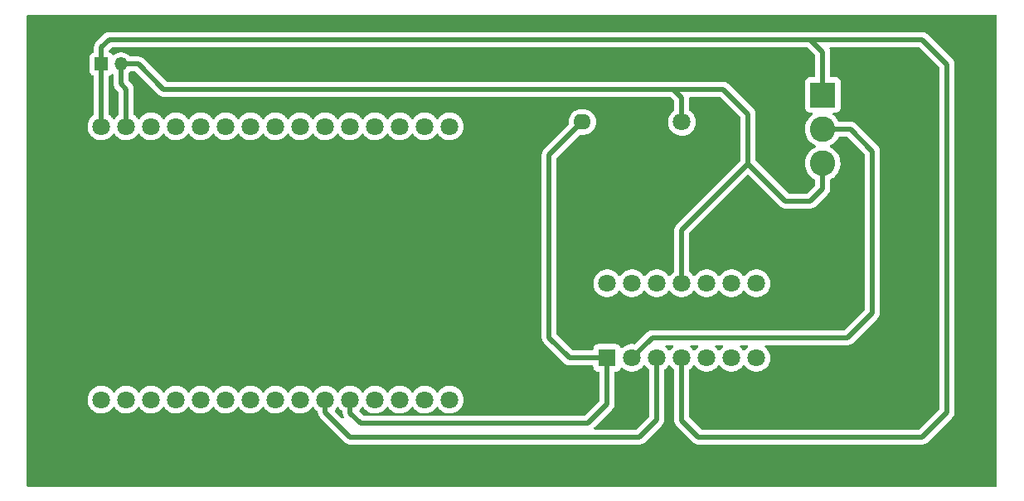
<source format=gbr>
%TF.GenerationSoftware,KiCad,Pcbnew,(6.0.10)*%
%TF.CreationDate,2023-04-28T14:23:09-06:00*%
%TF.ProjectId,H2O-Esquem_tico_2023ver3-KiCad,48324f2d-4573-4717-9565-6de17469636f,rev?*%
%TF.SameCoordinates,Original*%
%TF.FileFunction,Copper,L2,Bot*%
%TF.FilePolarity,Positive*%
%FSLAX46Y46*%
G04 Gerber Fmt 4.6, Leading zero omitted, Abs format (unit mm)*
G04 Created by KiCad (PCBNEW (6.0.10)) date 2023-04-28 14:23:09*
%MOMM*%
%LPD*%
G01*
G04 APERTURE LIST*
%TA.AperFunction,ComponentPad*%
%ADD10R,1.800000X1.800000*%
%TD*%
%TA.AperFunction,ComponentPad*%
%ADD11C,1.800000*%
%TD*%
%TA.AperFunction,ComponentPad*%
%ADD12R,1.350000X1.350000*%
%TD*%
%TA.AperFunction,ComponentPad*%
%ADD13O,1.350000X1.350000*%
%TD*%
%TA.AperFunction,ComponentPad*%
%ADD14O,1.800000X1.600000*%
%TD*%
%TA.AperFunction,ComponentPad*%
%ADD15R,2.600000X2.600000*%
%TD*%
%TA.AperFunction,ComponentPad*%
%ADD16C,2.600000*%
%TD*%
%TA.AperFunction,Conductor*%
%ADD17C,0.500000*%
%TD*%
G04 APERTURE END LIST*
D10*
%TO.P,U2,1*%
%TO.N,Net-(1K8-Pad2)*%
X150695000Y-96050000D03*
D11*
%TO.P,U2,2,-*%
%TO.N,Net-(J8-Pad2)*%
X153235000Y-96050000D03*
%TO.P,U2,3,+*%
%TO.N,Net-(ESP8266_lolin1-Pad25)*%
X155775000Y-96050000D03*
%TO.P,U2,4,V+*%
%TO.N,Net-(ESP8266_lolin1-Pad15)*%
X158315000Y-96050000D03*
%TO.P,U2,5*%
%TO.N,N/C*%
X160855000Y-96050000D03*
%TO.P,U2,6*%
X163395000Y-96050000D03*
%TO.P,U2,7*%
X165935000Y-96050000D03*
%TO.P,U2,8*%
X165935000Y-88430000D03*
%TO.P,U2,9*%
X163395000Y-88430000D03*
%TO.P,U2,10*%
X160855000Y-88430000D03*
%TO.P,U2,11,V-*%
%TO.N,Net-(1K8-Pad1)*%
X158315000Y-88430000D03*
%TO.P,U2,12*%
%TO.N,N/C*%
X155775000Y-88430000D03*
%TO.P,U2,13*%
X153235000Y-88430000D03*
%TO.P,U2,14*%
X150695000Y-88430000D03*
%TD*%
D12*
%TO.P,J1,1,VBUS*%
%TO.N,Net-(ESP8266_lolin1-Pad15)*%
X99060000Y-66009833D03*
D13*
%TO.P,J1,4,GND*%
%TO.N,Net-(1K8-Pad1)*%
X101060000Y-66009833D03*
%TD*%
D11*
%TO.P,ESP8266_lolin1,1,A0(ADC0)*%
%TO.N,unconnected-(ESP8266_lolin1-Pad1)*%
X134620000Y-72390000D03*
%TO.P,ESP8266_lolin1,2,RSV*%
%TO.N,unconnected-(ESP8266_lolin1-Pad2)*%
X132080000Y-72390000D03*
%TO.P,ESP8266_lolin1,3,RSV*%
%TO.N,unconnected-(ESP8266_lolin1-Pad3)*%
X129540000Y-72390000D03*
%TO.P,ESP8266_lolin1,4,SD3(GPIO10)*%
%TO.N,unconnected-(ESP8266_lolin1-Pad4)*%
X127000000Y-72390000D03*
%TO.P,ESP8266_lolin1,5,SD2(GPIO9)*%
%TO.N,unconnected-(ESP8266_lolin1-Pad5)*%
X124460000Y-72390000D03*
%TO.P,ESP8266_lolin1,6,SD1(MOSI)*%
%TO.N,unconnected-(ESP8266_lolin1-Pad6)*%
X121920000Y-72390000D03*
%TO.P,ESP8266_lolin1,7,CMD(CS)*%
%TO.N,unconnected-(ESP8266_lolin1-Pad7)*%
X119380000Y-72390000D03*
%TO.P,ESP8266_lolin1,8,SDO(MISO)*%
%TO.N,unconnected-(ESP8266_lolin1-Pad8)*%
X116840000Y-72390000D03*
%TO.P,ESP8266_lolin1,9,CLK(SCLK)*%
%TO.N,unconnected-(ESP8266_lolin1-Pad9)*%
X114300000Y-72390000D03*
%TO.P,ESP8266_lolin1,10,GND*%
%TO.N,unconnected-(ESP8266_lolin1-Pad10)*%
X111760000Y-72390000D03*
%TO.P,ESP8266_lolin1,11,3.3V*%
%TO.N,unconnected-(ESP8266_lolin1-Pad11)*%
X109220000Y-72390000D03*
%TO.P,ESP8266_lolin1,12,EN*%
%TO.N,unconnected-(ESP8266_lolin1-Pad12)*%
X106680000Y-72390000D03*
%TO.P,ESP8266_lolin1,13,RST*%
%TO.N,unconnected-(ESP8266_lolin1-Pad13)*%
X104140000Y-72390000D03*
%TO.P,ESP8266_lolin1,14,GND*%
%TO.N,Net-(1K8-Pad1)*%
X101600000Y-72390000D03*
%TO.P,ESP8266_lolin1,15,VIN*%
%TO.N,Net-(ESP8266_lolin1-Pad15)*%
X99060000Y-72390000D03*
%TO.P,ESP8266_lolin1,16,3.3V*%
%TO.N,unconnected-(ESP8266_lolin1-Pad16)*%
X99060000Y-100330000D03*
%TO.P,ESP8266_lolin1,17,GND*%
%TO.N,unconnected-(ESP8266_lolin1-Pad17)*%
X101600000Y-100330000D03*
%TO.P,ESP8266_lolin1,18,TX(GPIO1)*%
%TO.N,unconnected-(ESP8266_lolin1-Pad18)*%
X104140000Y-100330000D03*
%TO.P,ESP8266_lolin1,19,RX(DPIO3)*%
%TO.N,unconnected-(ESP8266_lolin1-Pad19)*%
X106680000Y-100330000D03*
%TO.P,ESP8266_lolin1,20,D8(GPIO15)*%
%TO.N,unconnected-(ESP8266_lolin1-Pad20)*%
X109220000Y-100330000D03*
%TO.P,ESP8266_lolin1,21,D7(GPIO13)*%
%TO.N,unconnected-(ESP8266_lolin1-Pad21)*%
X111760000Y-100330000D03*
%TO.P,ESP8266_lolin1,22,D6(GPIO12)*%
%TO.N,unconnected-(ESP8266_lolin1-Pad22)*%
X114300000Y-100330000D03*
%TO.P,ESP8266_lolin1,23,D5(GPIO14)*%
%TO.N,unconnected-(ESP8266_lolin1-Pad23)*%
X116840000Y-100330000D03*
%TO.P,ESP8266_lolin1,24,GND*%
%TO.N,unconnected-(ESP8266_lolin1-Pad24)*%
X119380000Y-100330000D03*
%TO.P,ESP8266_lolin1,25,3.3V*%
%TO.N,Net-(ESP8266_lolin1-Pad25)*%
X121920000Y-100330000D03*
%TO.P,ESP8266_lolin1,26,D4(GPIO2)*%
%TO.N,Net-(1K8-Pad2)*%
X124460000Y-100330000D03*
%TO.P,ESP8266_lolin1,27,D3(GPIO0)*%
%TO.N,unconnected-(ESP8266_lolin1-Pad27)*%
X127000000Y-100330000D03*
%TO.P,ESP8266_lolin1,28,D2(GPIO4)*%
%TO.N,unconnected-(ESP8266_lolin1-Pad28)*%
X129540000Y-100330000D03*
%TO.P,ESP8266_lolin1,29,D1(GPIO5)*%
%TO.N,unconnected-(ESP8266_lolin1-Pad29)*%
X132080000Y-100330000D03*
%TO.P,ESP8266_lolin1,30,D0(GPIO16)*%
%TO.N,unconnected-(ESP8266_lolin1-Pad30)*%
X134620000Y-100330000D03*
%TD*%
%TO.P,1K8,1*%
%TO.N,Net-(1K8-Pad1)*%
X158320000Y-71930000D03*
D14*
%TO.P,1K8,2*%
%TO.N,Net-(1K8-Pad2)*%
X148160000Y-71930000D03*
%TD*%
D15*
%TO.P,J8,1,Pin_1*%
%TO.N,Net-(ESP8266_lolin1-Pad15)*%
X172710000Y-69175000D03*
D16*
%TO.P,J8,2,Pin_2*%
%TO.N,Net-(J8-Pad2)*%
X172710000Y-72675000D03*
%TO.P,J8,3,Pin_3*%
%TO.N,Net-(1K8-Pad1)*%
X172710000Y-76175000D03*
%TD*%
D17*
%TO.N,Net-(1K8-Pad1)*%
X165100000Y-71120000D02*
X165100000Y-76200000D01*
X158315000Y-88430000D02*
X158315000Y-82985000D01*
X156210000Y-68580000D02*
X157480000Y-68580000D01*
X168910000Y-80010000D02*
X171450000Y-80010000D01*
X101600000Y-68580000D02*
X101600000Y-72390000D01*
X102839833Y-66009833D02*
X105410000Y-68580000D01*
X172710000Y-78750000D02*
X172710000Y-76175000D01*
X162560000Y-68580000D02*
X165100000Y-71120000D01*
X171450000Y-80010000D02*
X172710000Y-78750000D01*
X162560000Y-68580000D02*
X156210000Y-68580000D01*
X101060000Y-68040000D02*
X101600000Y-68580000D01*
X158315000Y-82985000D02*
X165100000Y-76200000D01*
X158320000Y-69420000D02*
X157480000Y-68580000D01*
X165100000Y-76200000D02*
X168910000Y-80010000D01*
X105410000Y-68580000D02*
X156210000Y-68580000D01*
X101060000Y-66009833D02*
X102839833Y-66009833D01*
X158320000Y-71930000D02*
X158320000Y-69420000D01*
X101060000Y-66009833D02*
X101060000Y-68040000D01*
%TO.N,Net-(1K8-Pad2)*%
X144780000Y-75310000D02*
X148160000Y-71930000D01*
X124460000Y-100330000D02*
X124460000Y-101678075D01*
X150695000Y-100765000D02*
X150695000Y-96050000D01*
X144780000Y-93980000D02*
X144780000Y-75310000D01*
X124460000Y-101678075D02*
X125532386Y-102750461D01*
X148709539Y-102750461D02*
X150695000Y-100765000D01*
X146850000Y-96050000D02*
X144780000Y-93980000D01*
X150695000Y-96050000D02*
X146850000Y-96050000D01*
X125532386Y-102750461D02*
X148709539Y-102750461D01*
%TO.N,Net-(ESP8266_lolin1-Pad15)*%
X172720000Y-64770000D02*
X171450000Y-63500000D01*
X182880000Y-104140000D02*
X185420000Y-101600000D01*
X99849545Y-63500000D02*
X99060000Y-64289545D01*
X182880000Y-63500000D02*
X99849545Y-63500000D01*
X158315000Y-96050000D02*
X158315000Y-102435000D01*
X99060000Y-64289545D02*
X99060000Y-66009833D01*
X172710000Y-69175000D02*
X172710000Y-66050000D01*
X160020000Y-104140000D02*
X182880000Y-104140000D01*
X185420000Y-101600000D02*
X185420000Y-66040000D01*
X172720000Y-66040000D02*
X172720000Y-64770000D01*
X99060000Y-66009833D02*
X99060000Y-72390000D01*
X172710000Y-66050000D02*
X172720000Y-66040000D01*
X185420000Y-66040000D02*
X182880000Y-63500000D01*
X158315000Y-102435000D02*
X160020000Y-104140000D01*
%TO.N,Net-(ESP8266_lolin1-Pad25)*%
X155775000Y-96050000D02*
X155775000Y-102379305D01*
X121920000Y-101600000D02*
X124460000Y-104140000D01*
X154045323Y-104108982D02*
X154014305Y-104140000D01*
X155775000Y-102379305D02*
X154045323Y-104108982D01*
X154014305Y-104140000D02*
X149860000Y-104140000D01*
X124460000Y-104140000D02*
X149860000Y-104140000D01*
X121920000Y-100330000D02*
X121920000Y-101600000D01*
%TO.N,Net-(J8-Pad2)*%
X175545000Y-72675000D02*
X172710000Y-72675000D01*
X175260000Y-93980000D02*
X177800000Y-91440000D01*
X177800000Y-74930000D02*
X175545000Y-72675000D01*
X177800000Y-91440000D02*
X177800000Y-74930000D01*
X153235000Y-96050000D02*
X155305000Y-93980000D01*
X155305000Y-93980000D02*
X175260000Y-93980000D01*
%TD*%
%TA.AperFunction,NonConductor*%
G36*
X100219532Y-67029190D02*
G01*
X100276368Y-67071737D01*
X100301179Y-67138257D01*
X100301500Y-67147246D01*
X100301500Y-67972930D01*
X100300067Y-67991880D01*
X100296801Y-68013349D01*
X100297394Y-68020641D01*
X100297394Y-68020644D01*
X100301085Y-68066018D01*
X100301500Y-68076233D01*
X100301500Y-68084293D01*
X100301925Y-68087937D01*
X100304789Y-68112507D01*
X100305222Y-68116882D01*
X100310115Y-68177032D01*
X100311140Y-68189637D01*
X100313396Y-68196601D01*
X100314587Y-68202560D01*
X100315971Y-68208415D01*
X100316818Y-68215681D01*
X100341735Y-68284327D01*
X100343152Y-68288455D01*
X100365649Y-68357899D01*
X100369445Y-68364154D01*
X100371951Y-68369628D01*
X100374670Y-68375058D01*
X100377167Y-68381937D01*
X100381180Y-68388057D01*
X100381180Y-68388058D01*
X100417186Y-68442976D01*
X100419523Y-68446680D01*
X100457405Y-68509107D01*
X100461121Y-68513315D01*
X100461122Y-68513316D01*
X100464803Y-68517484D01*
X100464776Y-68517508D01*
X100467429Y-68520500D01*
X100470132Y-68523733D01*
X100474144Y-68529852D01*
X100479456Y-68534884D01*
X100530383Y-68583128D01*
X100532825Y-68585506D01*
X100804595Y-68857276D01*
X100838621Y-68919588D01*
X100841500Y-68946371D01*
X100841500Y-71135127D01*
X100821498Y-71203248D01*
X100791154Y-71235886D01*
X100661655Y-71333117D01*
X100658083Y-71336855D01*
X100540797Y-71459588D01*
X100501639Y-71500564D01*
X100434306Y-71599271D01*
X100379397Y-71644271D01*
X100308872Y-71652442D01*
X100245125Y-71621188D01*
X100224428Y-71596705D01*
X100182571Y-71532004D01*
X100179764Y-71527665D01*
X100142190Y-71486371D01*
X100077418Y-71415188D01*
X100023887Y-71356358D01*
X100019836Y-71353159D01*
X100019832Y-71353155D01*
X99866408Y-71231989D01*
X99825345Y-71174072D01*
X99818500Y-71133107D01*
X99818500Y-67283959D01*
X99838502Y-67215838D01*
X99892158Y-67169345D01*
X99900270Y-67165977D01*
X99973297Y-67138600D01*
X99981705Y-67135448D01*
X100098261Y-67048094D01*
X100100166Y-67050636D01*
X100148717Y-67024125D01*
X100219532Y-67029190D01*
G37*
%TD.AperFunction*%
%TA.AperFunction,NonConductor*%
G36*
X171151750Y-64278502D02*
G01*
X171172724Y-64295405D01*
X171924595Y-65047276D01*
X171958621Y-65109588D01*
X171961500Y-65136371D01*
X171961500Y-65902380D01*
X171957889Y-65932328D01*
X171952192Y-65955610D01*
X171951500Y-65966764D01*
X171951464Y-65966762D01*
X171951225Y-65970755D01*
X171950851Y-65974947D01*
X171949360Y-65982115D01*
X171949946Y-66003777D01*
X171951454Y-66059521D01*
X171951500Y-66062928D01*
X171951500Y-67240500D01*
X171931498Y-67308621D01*
X171877842Y-67355114D01*
X171825500Y-67366500D01*
X171361866Y-67366500D01*
X171299684Y-67373255D01*
X171163295Y-67424385D01*
X171046739Y-67511739D01*
X170959385Y-67628295D01*
X170908255Y-67764684D01*
X170901500Y-67826866D01*
X170901500Y-70523134D01*
X170908255Y-70585316D01*
X170959385Y-70721705D01*
X171046739Y-70838261D01*
X171163295Y-70925615D01*
X171299684Y-70976745D01*
X171361866Y-70983500D01*
X171569409Y-70983500D01*
X171637530Y-71003502D01*
X171684023Y-71057158D01*
X171694127Y-71127432D01*
X171664633Y-71192012D01*
X171638494Y-71214872D01*
X171609881Y-71233631D01*
X171609876Y-71233635D01*
X171605968Y-71236197D01*
X171569443Y-71268797D01*
X171425495Y-71397276D01*
X171405426Y-71415188D01*
X171330866Y-71504837D01*
X171252329Y-71599268D01*
X171233544Y-71621854D01*
X171094096Y-71851656D01*
X171092287Y-71855970D01*
X171092285Y-71855974D01*
X171015257Y-72039667D01*
X170990148Y-72099545D01*
X170923981Y-72360077D01*
X170897050Y-72627526D01*
X170897274Y-72632192D01*
X170897274Y-72632197D01*
X170903429Y-72760318D01*
X170909947Y-72896019D01*
X170962388Y-73159656D01*
X171053220Y-73412646D01*
X171055432Y-73416762D01*
X171055433Y-73416765D01*
X171119556Y-73536103D01*
X171180450Y-73649431D01*
X171183241Y-73653168D01*
X171183245Y-73653175D01*
X171272797Y-73773099D01*
X171341281Y-73864810D01*
X171344590Y-73868090D01*
X171344595Y-73868096D01*
X171528863Y-74050762D01*
X171532180Y-74054050D01*
X171535942Y-74056808D01*
X171535945Y-74056811D01*
X171648299Y-74139192D01*
X171748954Y-74212995D01*
X171753089Y-74215171D01*
X171753093Y-74215173D01*
X171941762Y-74314437D01*
X171992734Y-74363856D01*
X172008897Y-74432989D01*
X171985118Y-74499885D01*
X171935846Y-74540371D01*
X171830763Y-74588815D01*
X171826854Y-74591378D01*
X171609881Y-74733631D01*
X171609876Y-74733635D01*
X171605968Y-74736197D01*
X171505697Y-74825693D01*
X171423698Y-74898880D01*
X171405426Y-74915188D01*
X171233544Y-75121854D01*
X171231121Y-75125847D01*
X171112565Y-75321221D01*
X171094096Y-75351656D01*
X170990148Y-75599545D01*
X170923981Y-75860077D01*
X170897050Y-76127526D01*
X170909947Y-76396019D01*
X170962388Y-76659656D01*
X171053220Y-76912646D01*
X171180450Y-77149431D01*
X171183241Y-77153168D01*
X171183245Y-77153175D01*
X171264887Y-77262506D01*
X171341281Y-77364810D01*
X171344590Y-77368090D01*
X171344595Y-77368096D01*
X171528863Y-77550762D01*
X171532180Y-77554050D01*
X171535942Y-77556808D01*
X171535945Y-77556811D01*
X171648299Y-77639192D01*
X171748954Y-77712995D01*
X171753090Y-77715171D01*
X171753093Y-77715173D01*
X171808804Y-77744484D01*
X171884169Y-77784136D01*
X171935140Y-77833554D01*
X171951500Y-77895643D01*
X171951500Y-78383629D01*
X171931498Y-78451750D01*
X171914595Y-78472724D01*
X171172724Y-79214595D01*
X171110412Y-79248621D01*
X171083629Y-79251500D01*
X169276371Y-79251500D01*
X169208250Y-79231498D01*
X169187276Y-79214595D01*
X165895405Y-75922724D01*
X165861379Y-75860412D01*
X165858500Y-75833629D01*
X165858500Y-71187063D01*
X165859933Y-71168114D01*
X165862097Y-71153886D01*
X165863198Y-71146651D01*
X165862097Y-71133107D01*
X165858915Y-71093991D01*
X165858500Y-71083777D01*
X165858500Y-71075707D01*
X165858078Y-71072087D01*
X165858077Y-71072069D01*
X165855208Y-71047461D01*
X165854775Y-71043086D01*
X165853328Y-71025288D01*
X165849899Y-70983131D01*
X165849454Y-70977661D01*
X165849453Y-70977658D01*
X165848860Y-70970363D01*
X165846604Y-70963399D01*
X165845413Y-70957440D01*
X165844029Y-70951585D01*
X165843182Y-70944319D01*
X165818265Y-70875673D01*
X165816848Y-70871545D01*
X165796607Y-70809064D01*
X165796606Y-70809062D01*
X165794351Y-70802101D01*
X165790555Y-70795846D01*
X165788049Y-70790372D01*
X165785330Y-70784942D01*
X165782833Y-70778063D01*
X165742809Y-70717016D01*
X165740472Y-70713312D01*
X165705509Y-70655693D01*
X165705505Y-70655688D01*
X165702595Y-70650892D01*
X165695197Y-70642516D01*
X165695223Y-70642493D01*
X165692574Y-70639503D01*
X165689866Y-70636264D01*
X165685856Y-70630148D01*
X165680549Y-70625121D01*
X165680546Y-70625117D01*
X165629617Y-70576872D01*
X165627175Y-70574494D01*
X163143770Y-68091089D01*
X163131384Y-68076677D01*
X163122851Y-68065082D01*
X163122846Y-68065077D01*
X163118508Y-68059182D01*
X163112930Y-68054443D01*
X163112927Y-68054440D01*
X163078232Y-68024965D01*
X163070716Y-68018035D01*
X163065021Y-68012340D01*
X163057153Y-68006115D01*
X163042749Y-67994719D01*
X163039345Y-67991928D01*
X162989297Y-67949409D01*
X162989295Y-67949408D01*
X162983715Y-67944667D01*
X162977199Y-67941339D01*
X162972150Y-67937972D01*
X162967021Y-67934805D01*
X162961284Y-67930266D01*
X162895125Y-67899345D01*
X162891225Y-67897439D01*
X162826192Y-67864231D01*
X162819084Y-67862492D01*
X162813441Y-67860393D01*
X162807678Y-67858476D01*
X162801050Y-67855378D01*
X162729583Y-67840513D01*
X162725299Y-67839543D01*
X162654390Y-67822192D01*
X162648788Y-67821844D01*
X162648785Y-67821844D01*
X162643236Y-67821500D01*
X162643238Y-67821464D01*
X162639245Y-67821225D01*
X162635053Y-67820851D01*
X162627885Y-67819360D01*
X162567225Y-67821001D01*
X162550479Y-67821454D01*
X162547072Y-67821500D01*
X157567941Y-67821500D01*
X157556740Y-67821001D01*
X157555050Y-67820850D01*
X157547885Y-67819360D01*
X157476767Y-67821284D01*
X157470479Y-67821454D01*
X157467072Y-67821500D01*
X105776371Y-67821500D01*
X105708250Y-67801498D01*
X105687276Y-67784595D01*
X103423603Y-65520922D01*
X103411217Y-65506510D01*
X103402684Y-65494915D01*
X103402679Y-65494910D01*
X103398341Y-65489015D01*
X103392763Y-65484276D01*
X103392760Y-65484273D01*
X103358065Y-65454798D01*
X103350549Y-65447868D01*
X103344854Y-65442173D01*
X103338713Y-65437315D01*
X103322582Y-65424552D01*
X103319178Y-65421761D01*
X103269130Y-65379242D01*
X103269128Y-65379241D01*
X103263548Y-65374500D01*
X103257032Y-65371172D01*
X103251983Y-65367805D01*
X103246854Y-65364638D01*
X103241117Y-65360099D01*
X103174958Y-65329178D01*
X103171058Y-65327272D01*
X103106025Y-65294064D01*
X103098917Y-65292325D01*
X103093274Y-65290226D01*
X103087511Y-65288309D01*
X103080883Y-65285211D01*
X103071706Y-65283302D01*
X103009421Y-65270347D01*
X103005132Y-65269376D01*
X102934223Y-65252025D01*
X102928621Y-65251677D01*
X102928618Y-65251677D01*
X102923069Y-65251333D01*
X102923071Y-65251297D01*
X102919078Y-65251058D01*
X102914886Y-65250684D01*
X102907718Y-65249193D01*
X102841508Y-65250984D01*
X102830312Y-65251287D01*
X102826905Y-65251333D01*
X102031811Y-65251333D01*
X101963690Y-65231331D01*
X101943560Y-65214221D01*
X101943280Y-65214524D01*
X101787796Y-65070796D01*
X101787793Y-65070794D01*
X101783556Y-65066877D01*
X101599599Y-64950809D01*
X101397572Y-64870209D01*
X101184239Y-64827774D01*
X101178464Y-64827698D01*
X101178460Y-64827698D01*
X101069419Y-64826271D01*
X100966746Y-64824927D01*
X100961049Y-64825906D01*
X100961048Y-64825906D01*
X100758065Y-64860785D01*
X100758062Y-64860786D01*
X100752375Y-64861763D01*
X100548307Y-64937047D01*
X100361376Y-65048260D01*
X100357032Y-65052070D01*
X100339592Y-65067364D01*
X100275188Y-65097241D01*
X100204855Y-65087555D01*
X100155689Y-65048198D01*
X100153522Y-65045306D01*
X100098261Y-64971572D01*
X99981705Y-64884218D01*
X99927139Y-64863762D01*
X99900270Y-64853689D01*
X99843506Y-64811047D01*
X99818806Y-64744485D01*
X99818500Y-64735707D01*
X99818500Y-64655916D01*
X99838502Y-64587795D01*
X99855405Y-64566821D01*
X100126821Y-64295405D01*
X100189133Y-64261379D01*
X100215916Y-64258500D01*
X171083629Y-64258500D01*
X171151750Y-64278502D01*
G37*
%TD.AperFunction*%
%TA.AperFunction,NonConductor*%
G36*
X162486225Y-94758502D02*
G01*
X162532718Y-94812158D01*
X162542822Y-94882432D01*
X162513328Y-94947012D01*
X162493757Y-94965260D01*
X162456655Y-94993117D01*
X162296639Y-95160564D01*
X162229306Y-95259271D01*
X162174397Y-95304271D01*
X162103872Y-95312442D01*
X162040125Y-95281188D01*
X162019428Y-95256705D01*
X161977571Y-95192004D01*
X161974764Y-95187665D01*
X161954596Y-95165500D01*
X161843481Y-95043387D01*
X161818887Y-95016358D01*
X161814836Y-95013159D01*
X161814832Y-95013155D01*
X161777354Y-94983557D01*
X161751806Y-94963381D01*
X161710744Y-94905466D01*
X161707512Y-94834543D01*
X161743137Y-94773131D01*
X161806308Y-94740728D01*
X161829899Y-94738500D01*
X162418104Y-94738500D01*
X162486225Y-94758502D01*
G37*
%TD.AperFunction*%
%TA.AperFunction,NonConductor*%
G36*
X159946225Y-94758502D02*
G01*
X159992718Y-94812158D01*
X160002822Y-94882432D01*
X159973328Y-94947012D01*
X159953757Y-94965260D01*
X159916655Y-94993117D01*
X159756639Y-95160564D01*
X159689306Y-95259271D01*
X159634397Y-95304271D01*
X159563872Y-95312442D01*
X159500125Y-95281188D01*
X159479428Y-95256705D01*
X159437571Y-95192004D01*
X159434764Y-95187665D01*
X159414596Y-95165500D01*
X159303481Y-95043387D01*
X159278887Y-95016358D01*
X159274836Y-95013159D01*
X159274832Y-95013155D01*
X159237354Y-94983557D01*
X159211806Y-94963381D01*
X159170744Y-94905466D01*
X159167512Y-94834543D01*
X159203137Y-94773131D01*
X159266308Y-94740728D01*
X159289899Y-94738500D01*
X159878104Y-94738500D01*
X159946225Y-94758502D01*
G37*
%TD.AperFunction*%
%TA.AperFunction,NonConductor*%
G36*
X165026225Y-94758502D02*
G01*
X165072718Y-94812158D01*
X165082822Y-94882432D01*
X165053328Y-94947012D01*
X165033757Y-94965260D01*
X164996655Y-94993117D01*
X164836639Y-95160564D01*
X164769306Y-95259271D01*
X164714397Y-95304271D01*
X164643872Y-95312442D01*
X164580125Y-95281188D01*
X164559428Y-95256705D01*
X164517571Y-95192004D01*
X164514764Y-95187665D01*
X164494596Y-95165500D01*
X164383481Y-95043387D01*
X164358887Y-95016358D01*
X164354836Y-95013159D01*
X164354832Y-95013155D01*
X164317354Y-94983557D01*
X164291806Y-94963381D01*
X164250744Y-94905466D01*
X164247512Y-94834543D01*
X164283137Y-94773131D01*
X164346308Y-94740728D01*
X164369899Y-94738500D01*
X164958104Y-94738500D01*
X165026225Y-94758502D01*
G37*
%TD.AperFunction*%
%TA.AperFunction,NonConductor*%
G36*
X157406225Y-94758502D02*
G01*
X157452718Y-94812158D01*
X157462822Y-94882432D01*
X157433328Y-94947012D01*
X157413757Y-94965260D01*
X157376655Y-94993117D01*
X157216639Y-95160564D01*
X157149306Y-95259271D01*
X157094397Y-95304271D01*
X157023872Y-95312442D01*
X156960125Y-95281188D01*
X156939428Y-95256705D01*
X156897571Y-95192004D01*
X156894764Y-95187665D01*
X156874596Y-95165500D01*
X156763481Y-95043387D01*
X156738887Y-95016358D01*
X156734836Y-95013159D01*
X156734832Y-95013155D01*
X156697354Y-94983557D01*
X156671806Y-94963381D01*
X156630744Y-94905466D01*
X156627512Y-94834543D01*
X156663137Y-94773131D01*
X156726308Y-94740728D01*
X156749899Y-94738500D01*
X157338104Y-94738500D01*
X157406225Y-94758502D01*
G37*
%TD.AperFunction*%
%TA.AperFunction,NonConductor*%
G36*
X123276622Y-101102553D02*
G01*
X123296715Y-101127536D01*
X123316800Y-101160313D01*
X123316804Y-101160318D01*
X123319501Y-101164719D01*
X123471147Y-101339784D01*
X123648517Y-101487039D01*
X123649349Y-101487730D01*
X123649206Y-101487902D01*
X123692101Y-101541570D01*
X123701500Y-101589321D01*
X123701500Y-101611005D01*
X123700067Y-101629955D01*
X123697989Y-101643616D01*
X123696801Y-101651424D01*
X123697394Y-101658716D01*
X123697394Y-101658719D01*
X123701085Y-101704093D01*
X123701500Y-101714308D01*
X123701500Y-101722368D01*
X123701925Y-101726012D01*
X123704789Y-101750582D01*
X123705222Y-101754957D01*
X123706414Y-101769604D01*
X123711140Y-101827712D01*
X123713396Y-101834676D01*
X123714587Y-101840635D01*
X123715971Y-101846490D01*
X123716818Y-101853756D01*
X123741735Y-101922402D01*
X123743152Y-101926530D01*
X123763091Y-101988077D01*
X123765649Y-101995974D01*
X123769445Y-102002229D01*
X123771951Y-102007703D01*
X123774670Y-102013133D01*
X123777167Y-102020012D01*
X123781180Y-102026132D01*
X123781180Y-102026133D01*
X123799684Y-102054356D01*
X123820307Y-102122291D01*
X123800927Y-102190592D01*
X123747698Y-102237572D01*
X123677519Y-102248317D01*
X123612672Y-102219414D01*
X123605217Y-102212536D01*
X122906434Y-101513753D01*
X122872408Y-101451441D01*
X122877473Y-101380626D01*
X122906589Y-101335407D01*
X122992642Y-101249653D01*
X122996303Y-101246005D01*
X122999319Y-101241808D01*
X122999326Y-101241800D01*
X123086960Y-101119844D01*
X123142954Y-101076196D01*
X123213658Y-101069750D01*
X123276622Y-101102553D01*
G37*
%TD.AperFunction*%
%TA.AperFunction,NonConductor*%
G36*
X154591622Y-96822553D02*
G01*
X154611715Y-96847536D01*
X154631800Y-96880313D01*
X154631806Y-96880321D01*
X154634501Y-96884719D01*
X154786147Y-97059784D01*
X154963517Y-97207039D01*
X154964349Y-97207730D01*
X154964206Y-97207902D01*
X155007101Y-97261570D01*
X155016500Y-97309321D01*
X155016500Y-102012934D01*
X154996498Y-102081055D01*
X154979595Y-102102029D01*
X153737029Y-103344595D01*
X153674717Y-103378621D01*
X153647934Y-103381500D01*
X149455371Y-103381500D01*
X149387250Y-103361498D01*
X149340757Y-103307842D01*
X149330653Y-103237568D01*
X149360147Y-103172988D01*
X149366276Y-103166405D01*
X151183911Y-101348770D01*
X151198323Y-101336384D01*
X151209918Y-101327851D01*
X151209923Y-101327846D01*
X151215818Y-101323508D01*
X151220557Y-101317930D01*
X151220560Y-101317927D01*
X151250035Y-101283232D01*
X151256965Y-101275716D01*
X151262660Y-101270021D01*
X151267518Y-101263880D01*
X151280281Y-101247749D01*
X151283072Y-101244345D01*
X151325591Y-101194297D01*
X151325592Y-101194295D01*
X151330333Y-101188715D01*
X151333661Y-101182199D01*
X151337028Y-101177150D01*
X151340195Y-101172021D01*
X151344734Y-101166284D01*
X151375655Y-101100125D01*
X151377561Y-101096225D01*
X151410769Y-101031192D01*
X151412508Y-101024083D01*
X151414604Y-101018449D01*
X151416523Y-101012679D01*
X151419622Y-101006050D01*
X151427696Y-100967237D01*
X151434490Y-100934571D01*
X151435461Y-100930282D01*
X151451473Y-100864844D01*
X151452808Y-100859390D01*
X151453500Y-100848236D01*
X151453535Y-100848238D01*
X151453775Y-100844266D01*
X151454152Y-100840045D01*
X151455641Y-100832885D01*
X151453546Y-100755458D01*
X151453500Y-100752050D01*
X151453500Y-97584500D01*
X151473502Y-97516379D01*
X151527158Y-97469886D01*
X151579500Y-97458500D01*
X151643134Y-97458500D01*
X151705316Y-97451745D01*
X151841705Y-97400615D01*
X151958261Y-97313261D01*
X152045615Y-97196705D01*
X152070180Y-97131178D01*
X152112822Y-97074414D01*
X152179383Y-97049714D01*
X152248732Y-97064921D01*
X152268647Y-97078464D01*
X152400942Y-97188297D01*
X152424349Y-97207730D01*
X152624322Y-97324584D01*
X152840694Y-97407209D01*
X152845760Y-97408240D01*
X152845761Y-97408240D01*
X152898846Y-97419040D01*
X153067656Y-97453385D01*
X153197089Y-97458131D01*
X153293949Y-97461683D01*
X153293953Y-97461683D01*
X153299113Y-97461872D01*
X153304233Y-97461216D01*
X153304235Y-97461216D01*
X153378166Y-97451745D01*
X153528847Y-97432442D01*
X153533795Y-97430957D01*
X153533802Y-97430956D01*
X153745747Y-97367369D01*
X153750690Y-97365886D01*
X153831236Y-97326427D01*
X153954049Y-97266262D01*
X153954052Y-97266260D01*
X153958684Y-97263991D01*
X154147243Y-97129494D01*
X154311303Y-96966005D01*
X154314319Y-96961808D01*
X154314326Y-96961800D01*
X154401960Y-96839844D01*
X154457954Y-96796196D01*
X154528658Y-96789750D01*
X154591622Y-96822553D01*
G37*
%TD.AperFunction*%
%TA.AperFunction,NonConductor*%
G36*
X182581750Y-64278502D02*
G01*
X182602724Y-64295405D01*
X184624595Y-66317276D01*
X184658621Y-66379588D01*
X184661500Y-66406371D01*
X184661500Y-101233629D01*
X184641498Y-101301750D01*
X184624595Y-101322724D01*
X182602724Y-103344595D01*
X182540412Y-103378621D01*
X182513629Y-103381500D01*
X160386371Y-103381500D01*
X160318250Y-103361498D01*
X160297276Y-103344595D01*
X159110405Y-102157724D01*
X159076379Y-102095412D01*
X159073500Y-102068629D01*
X159073500Y-97304052D01*
X159093502Y-97235931D01*
X159126332Y-97201473D01*
X159223039Y-97132493D01*
X159223042Y-97132491D01*
X159227243Y-97129494D01*
X159391303Y-96966005D01*
X159394319Y-96961808D01*
X159394326Y-96961800D01*
X159481960Y-96839844D01*
X159537954Y-96796196D01*
X159608658Y-96789750D01*
X159671622Y-96822553D01*
X159691715Y-96847536D01*
X159711800Y-96880313D01*
X159711806Y-96880321D01*
X159714501Y-96884719D01*
X159866147Y-97059784D01*
X160044349Y-97207730D01*
X160244322Y-97324584D01*
X160460694Y-97407209D01*
X160465760Y-97408240D01*
X160465761Y-97408240D01*
X160518846Y-97419040D01*
X160687656Y-97453385D01*
X160817089Y-97458131D01*
X160913949Y-97461683D01*
X160913953Y-97461683D01*
X160919113Y-97461872D01*
X160924233Y-97461216D01*
X160924235Y-97461216D01*
X160998166Y-97451745D01*
X161148847Y-97432442D01*
X161153795Y-97430957D01*
X161153802Y-97430956D01*
X161365747Y-97367369D01*
X161370690Y-97365886D01*
X161451236Y-97326427D01*
X161574049Y-97266262D01*
X161574052Y-97266260D01*
X161578684Y-97263991D01*
X161767243Y-97129494D01*
X161931303Y-96966005D01*
X161934319Y-96961808D01*
X161934326Y-96961800D01*
X162021960Y-96839844D01*
X162077954Y-96796196D01*
X162148658Y-96789750D01*
X162211622Y-96822553D01*
X162231715Y-96847536D01*
X162251800Y-96880313D01*
X162251806Y-96880321D01*
X162254501Y-96884719D01*
X162406147Y-97059784D01*
X162584349Y-97207730D01*
X162784322Y-97324584D01*
X163000694Y-97407209D01*
X163005760Y-97408240D01*
X163005761Y-97408240D01*
X163058846Y-97419040D01*
X163227656Y-97453385D01*
X163357089Y-97458131D01*
X163453949Y-97461683D01*
X163453953Y-97461683D01*
X163459113Y-97461872D01*
X163464233Y-97461216D01*
X163464235Y-97461216D01*
X163538166Y-97451745D01*
X163688847Y-97432442D01*
X163693795Y-97430957D01*
X163693802Y-97430956D01*
X163905747Y-97367369D01*
X163910690Y-97365886D01*
X163991236Y-97326427D01*
X164114049Y-97266262D01*
X164114052Y-97266260D01*
X164118684Y-97263991D01*
X164307243Y-97129494D01*
X164471303Y-96966005D01*
X164474319Y-96961808D01*
X164474326Y-96961800D01*
X164561960Y-96839844D01*
X164617954Y-96796196D01*
X164688658Y-96789750D01*
X164751622Y-96822553D01*
X164771715Y-96847536D01*
X164791800Y-96880313D01*
X164791806Y-96880321D01*
X164794501Y-96884719D01*
X164946147Y-97059784D01*
X165124349Y-97207730D01*
X165324322Y-97324584D01*
X165540694Y-97407209D01*
X165545760Y-97408240D01*
X165545761Y-97408240D01*
X165598846Y-97419040D01*
X165767656Y-97453385D01*
X165897089Y-97458131D01*
X165993949Y-97461683D01*
X165993953Y-97461683D01*
X165999113Y-97461872D01*
X166004233Y-97461216D01*
X166004235Y-97461216D01*
X166078166Y-97451745D01*
X166228847Y-97432442D01*
X166233795Y-97430957D01*
X166233802Y-97430956D01*
X166445747Y-97367369D01*
X166450690Y-97365886D01*
X166531236Y-97326427D01*
X166654049Y-97266262D01*
X166654052Y-97266260D01*
X166658684Y-97263991D01*
X166847243Y-97129494D01*
X167011303Y-96966005D01*
X167146458Y-96777917D01*
X167150889Y-96768953D01*
X167246784Y-96574922D01*
X167246785Y-96574920D01*
X167249078Y-96570280D01*
X167316408Y-96348671D01*
X167346640Y-96119041D01*
X167348327Y-96050000D01*
X167342032Y-95973434D01*
X167329773Y-95824318D01*
X167329772Y-95824312D01*
X167329349Y-95819167D01*
X167272925Y-95594533D01*
X167270866Y-95589797D01*
X167182630Y-95386868D01*
X167182628Y-95386865D01*
X167180570Y-95382131D01*
X167054764Y-95187665D01*
X167034596Y-95165500D01*
X166923481Y-95043387D01*
X166898887Y-95016358D01*
X166894836Y-95013159D01*
X166894832Y-95013155D01*
X166857354Y-94983557D01*
X166831806Y-94963381D01*
X166790744Y-94905466D01*
X166787512Y-94834543D01*
X166823137Y-94773131D01*
X166886308Y-94740728D01*
X166909899Y-94738500D01*
X175192930Y-94738500D01*
X175211880Y-94739933D01*
X175226115Y-94742099D01*
X175226119Y-94742099D01*
X175233349Y-94743199D01*
X175240641Y-94742606D01*
X175240644Y-94742606D01*
X175286018Y-94738915D01*
X175296233Y-94738500D01*
X175304293Y-94738500D01*
X175317583Y-94736951D01*
X175332507Y-94735211D01*
X175336882Y-94734778D01*
X175402339Y-94729454D01*
X175402342Y-94729453D01*
X175409637Y-94728860D01*
X175416601Y-94726604D01*
X175422560Y-94725413D01*
X175428415Y-94724029D01*
X175435681Y-94723182D01*
X175504327Y-94698265D01*
X175508455Y-94696848D01*
X175570936Y-94676607D01*
X175570938Y-94676606D01*
X175577899Y-94674351D01*
X175584154Y-94670555D01*
X175589628Y-94668049D01*
X175595058Y-94665330D01*
X175601937Y-94662833D01*
X175636586Y-94640116D01*
X175662976Y-94622814D01*
X175666680Y-94620477D01*
X175729107Y-94582595D01*
X175737484Y-94575197D01*
X175737508Y-94575224D01*
X175740500Y-94572571D01*
X175743733Y-94569868D01*
X175749852Y-94565856D01*
X175803128Y-94509617D01*
X175805506Y-94507175D01*
X178288911Y-92023770D01*
X178303323Y-92011384D01*
X178314918Y-92002851D01*
X178314923Y-92002846D01*
X178320818Y-91998508D01*
X178325557Y-91992930D01*
X178325560Y-91992927D01*
X178355035Y-91958232D01*
X178361965Y-91950716D01*
X178367660Y-91945021D01*
X178385281Y-91922749D01*
X178388072Y-91919345D01*
X178430591Y-91869297D01*
X178430592Y-91869295D01*
X178435333Y-91863715D01*
X178438661Y-91857199D01*
X178442020Y-91852162D01*
X178445194Y-91847023D01*
X178449734Y-91841284D01*
X178480636Y-91775163D01*
X178482569Y-91771209D01*
X178486239Y-91764021D01*
X178515769Y-91706192D01*
X178517510Y-91699076D01*
X178519604Y-91693446D01*
X178521523Y-91687679D01*
X178524621Y-91681050D01*
X178539483Y-91609600D01*
X178540453Y-91605315D01*
X178556473Y-91539844D01*
X178557808Y-91534390D01*
X178558500Y-91523236D01*
X178558536Y-91523238D01*
X178558775Y-91519248D01*
X178559150Y-91515050D01*
X178560640Y-91507885D01*
X178558546Y-91430479D01*
X178558500Y-91427072D01*
X178558500Y-74997070D01*
X178559933Y-74978120D01*
X178562099Y-74963885D01*
X178562099Y-74963881D01*
X178563199Y-74956651D01*
X178559827Y-74915188D01*
X178558915Y-74903982D01*
X178558500Y-74893767D01*
X178558500Y-74885707D01*
X178555209Y-74857480D01*
X178554778Y-74853121D01*
X178549454Y-74787662D01*
X178549453Y-74787659D01*
X178548860Y-74780364D01*
X178546604Y-74773400D01*
X178545417Y-74767461D01*
X178544030Y-74761590D01*
X178543182Y-74754319D01*
X178540686Y-74747443D01*
X178540684Y-74747434D01*
X178518275Y-74685702D01*
X178516865Y-74681598D01*
X178494352Y-74612101D01*
X178490556Y-74605846D01*
X178488057Y-74600387D01*
X178485329Y-74594939D01*
X178482833Y-74588063D01*
X178442805Y-74527010D01*
X178440481Y-74523327D01*
X178405500Y-74465680D01*
X178405499Y-74465679D01*
X178402595Y-74460893D01*
X178395198Y-74452517D01*
X178395225Y-74452493D01*
X178392570Y-74449499D01*
X178389868Y-74446268D01*
X178385856Y-74440148D01*
X178329617Y-74386872D01*
X178327175Y-74384494D01*
X176128770Y-72186089D01*
X176116384Y-72171677D01*
X176107851Y-72160082D01*
X176107846Y-72160077D01*
X176103508Y-72154182D01*
X176097930Y-72149443D01*
X176097927Y-72149440D01*
X176063232Y-72119965D01*
X176055716Y-72113035D01*
X176050021Y-72107340D01*
X176040168Y-72099545D01*
X176027749Y-72089719D01*
X176024345Y-72086928D01*
X175974297Y-72044409D01*
X175974295Y-72044408D01*
X175968715Y-72039667D01*
X175962199Y-72036339D01*
X175957150Y-72032972D01*
X175952021Y-72029805D01*
X175946284Y-72025266D01*
X175880125Y-71994345D01*
X175876225Y-71992439D01*
X175811192Y-71959231D01*
X175804084Y-71957492D01*
X175798441Y-71955393D01*
X175792678Y-71953476D01*
X175786050Y-71950378D01*
X175714583Y-71935513D01*
X175710299Y-71934543D01*
X175691733Y-71930000D01*
X175639390Y-71917192D01*
X175633788Y-71916844D01*
X175633785Y-71916844D01*
X175628236Y-71916500D01*
X175628238Y-71916464D01*
X175624245Y-71916225D01*
X175620053Y-71915851D01*
X175612885Y-71914360D01*
X175546675Y-71916151D01*
X175535479Y-71916454D01*
X175532072Y-71916500D01*
X174432739Y-71916500D01*
X174364618Y-71896498D01*
X174323346Y-71853023D01*
X174248535Y-71722131D01*
X174213518Y-71660864D01*
X174200438Y-71644271D01*
X174111937Y-71532009D01*
X174047105Y-71449769D01*
X173851317Y-71265591D01*
X173846330Y-71262131D01*
X173775547Y-71213027D01*
X173730977Y-71157764D01*
X173723360Y-71087177D01*
X173755115Y-71023678D01*
X173816158Y-70987426D01*
X173847367Y-70983500D01*
X174058134Y-70983500D01*
X174120316Y-70976745D01*
X174256705Y-70925615D01*
X174373261Y-70838261D01*
X174460615Y-70721705D01*
X174511745Y-70585316D01*
X174518500Y-70523134D01*
X174518500Y-67826866D01*
X174511745Y-67764684D01*
X174460615Y-67628295D01*
X174373261Y-67511739D01*
X174256705Y-67424385D01*
X174120316Y-67373255D01*
X174058134Y-67366500D01*
X173594500Y-67366500D01*
X173526379Y-67346498D01*
X173479886Y-67292842D01*
X173468500Y-67240500D01*
X173468500Y-66187620D01*
X173472111Y-66157672D01*
X173476473Y-66139844D01*
X173477808Y-66134390D01*
X173478500Y-66123236D01*
X173478536Y-66123238D01*
X173478775Y-66119245D01*
X173479149Y-66115053D01*
X173480640Y-66107885D01*
X173478546Y-66030479D01*
X173478500Y-66027072D01*
X173478500Y-64837069D01*
X173479933Y-64818118D01*
X173482099Y-64803883D01*
X173482099Y-64803881D01*
X173483199Y-64796651D01*
X173478915Y-64743982D01*
X173478500Y-64733767D01*
X173478500Y-64725707D01*
X173475211Y-64697493D01*
X173474778Y-64693118D01*
X173469454Y-64627661D01*
X173469453Y-64627658D01*
X173468860Y-64620363D01*
X173466604Y-64613399D01*
X173465413Y-64607440D01*
X173464029Y-64601585D01*
X173463182Y-64594319D01*
X173438265Y-64525673D01*
X173436848Y-64521545D01*
X173416607Y-64459064D01*
X173416606Y-64459062D01*
X173414351Y-64452101D01*
X173410554Y-64445844D01*
X173407507Y-64439189D01*
X173407964Y-64438980D01*
X173403147Y-64428928D01*
X173402833Y-64428063D01*
X173402832Y-64428061D01*
X173402830Y-64428056D01*
X173405806Y-64426976D01*
X173395704Y-64371062D01*
X173422857Y-64305463D01*
X173481165Y-64264958D01*
X173520985Y-64258500D01*
X182513629Y-64258500D01*
X182581750Y-64278502D01*
G37*
%TD.AperFunction*%
%TA.AperFunction,NonConductor*%
G36*
X190442121Y-60980002D02*
G01*
X190488614Y-61033658D01*
X190500000Y-61086000D01*
X190500000Y-109094000D01*
X190479998Y-109162121D01*
X190426342Y-109208614D01*
X190374000Y-109220000D01*
X91566000Y-109220000D01*
X91497879Y-109199998D01*
X91451386Y-109146342D01*
X91440000Y-109094000D01*
X91440000Y-100295469D01*
X97647095Y-100295469D01*
X97647392Y-100300622D01*
X97647392Y-100300625D01*
X97653043Y-100398629D01*
X97660427Y-100526697D01*
X97661564Y-100531743D01*
X97661565Y-100531749D01*
X97693741Y-100674523D01*
X97711346Y-100752642D01*
X97713288Y-100757424D01*
X97713289Y-100757428D01*
X97788467Y-100942568D01*
X97798484Y-100967237D01*
X97919501Y-101164719D01*
X98071147Y-101339784D01*
X98249349Y-101487730D01*
X98449322Y-101604584D01*
X98665694Y-101687209D01*
X98670760Y-101688240D01*
X98670761Y-101688240D01*
X98723846Y-101699040D01*
X98892656Y-101733385D01*
X99023324Y-101738176D01*
X99118949Y-101741683D01*
X99118953Y-101741683D01*
X99124113Y-101741872D01*
X99129233Y-101741216D01*
X99129235Y-101741216D01*
X99202270Y-101731860D01*
X99353847Y-101712442D01*
X99358795Y-101710957D01*
X99358802Y-101710956D01*
X99570747Y-101647369D01*
X99575690Y-101645886D01*
X99586419Y-101640630D01*
X99779049Y-101546262D01*
X99779052Y-101546260D01*
X99783684Y-101543991D01*
X99972243Y-101409494D01*
X100136303Y-101246005D01*
X100139319Y-101241808D01*
X100139326Y-101241800D01*
X100226960Y-101119844D01*
X100282954Y-101076196D01*
X100353658Y-101069750D01*
X100416622Y-101102553D01*
X100436715Y-101127536D01*
X100456800Y-101160313D01*
X100456804Y-101160318D01*
X100459501Y-101164719D01*
X100611147Y-101339784D01*
X100789349Y-101487730D01*
X100989322Y-101604584D01*
X101205694Y-101687209D01*
X101210760Y-101688240D01*
X101210761Y-101688240D01*
X101263846Y-101699040D01*
X101432656Y-101733385D01*
X101563324Y-101738176D01*
X101658949Y-101741683D01*
X101658953Y-101741683D01*
X101664113Y-101741872D01*
X101669233Y-101741216D01*
X101669235Y-101741216D01*
X101742270Y-101731860D01*
X101893847Y-101712442D01*
X101898795Y-101710957D01*
X101898802Y-101710956D01*
X102110747Y-101647369D01*
X102115690Y-101645886D01*
X102126419Y-101640630D01*
X102319049Y-101546262D01*
X102319052Y-101546260D01*
X102323684Y-101543991D01*
X102512243Y-101409494D01*
X102676303Y-101246005D01*
X102679319Y-101241808D01*
X102679326Y-101241800D01*
X102766960Y-101119844D01*
X102822954Y-101076196D01*
X102893658Y-101069750D01*
X102956622Y-101102553D01*
X102976715Y-101127536D01*
X102996800Y-101160313D01*
X102996804Y-101160318D01*
X102999501Y-101164719D01*
X103151147Y-101339784D01*
X103329349Y-101487730D01*
X103529322Y-101604584D01*
X103745694Y-101687209D01*
X103750760Y-101688240D01*
X103750761Y-101688240D01*
X103803846Y-101699040D01*
X103972656Y-101733385D01*
X104103324Y-101738176D01*
X104198949Y-101741683D01*
X104198953Y-101741683D01*
X104204113Y-101741872D01*
X104209233Y-101741216D01*
X104209235Y-101741216D01*
X104282270Y-101731860D01*
X104433847Y-101712442D01*
X104438795Y-101710957D01*
X104438802Y-101710956D01*
X104650747Y-101647369D01*
X104655690Y-101645886D01*
X104666419Y-101640630D01*
X104859049Y-101546262D01*
X104859052Y-101546260D01*
X104863684Y-101543991D01*
X105052243Y-101409494D01*
X105216303Y-101246005D01*
X105219319Y-101241808D01*
X105219326Y-101241800D01*
X105306960Y-101119844D01*
X105362954Y-101076196D01*
X105433658Y-101069750D01*
X105496622Y-101102553D01*
X105516715Y-101127536D01*
X105536800Y-101160313D01*
X105536804Y-101160318D01*
X105539501Y-101164719D01*
X105691147Y-101339784D01*
X105869349Y-101487730D01*
X106069322Y-101604584D01*
X106285694Y-101687209D01*
X106290760Y-101688240D01*
X106290761Y-101688240D01*
X106343846Y-101699040D01*
X106512656Y-101733385D01*
X106643324Y-101738176D01*
X106738949Y-101741683D01*
X106738953Y-101741683D01*
X106744113Y-101741872D01*
X106749233Y-101741216D01*
X106749235Y-101741216D01*
X106822270Y-101731860D01*
X106973847Y-101712442D01*
X106978795Y-101710957D01*
X106978802Y-101710956D01*
X107190747Y-101647369D01*
X107195690Y-101645886D01*
X107206419Y-101640630D01*
X107399049Y-101546262D01*
X107399052Y-101546260D01*
X107403684Y-101543991D01*
X107592243Y-101409494D01*
X107756303Y-101246005D01*
X107759319Y-101241808D01*
X107759326Y-101241800D01*
X107846960Y-101119844D01*
X107902954Y-101076196D01*
X107973658Y-101069750D01*
X108036622Y-101102553D01*
X108056715Y-101127536D01*
X108076800Y-101160313D01*
X108076804Y-101160318D01*
X108079501Y-101164719D01*
X108231147Y-101339784D01*
X108409349Y-101487730D01*
X108609322Y-101604584D01*
X108825694Y-101687209D01*
X108830760Y-101688240D01*
X108830761Y-101688240D01*
X108883846Y-101699040D01*
X109052656Y-101733385D01*
X109183324Y-101738176D01*
X109278949Y-101741683D01*
X109278953Y-101741683D01*
X109284113Y-101741872D01*
X109289233Y-101741216D01*
X109289235Y-101741216D01*
X109362270Y-101731860D01*
X109513847Y-101712442D01*
X109518795Y-101710957D01*
X109518802Y-101710956D01*
X109730747Y-101647369D01*
X109735690Y-101645886D01*
X109746419Y-101640630D01*
X109939049Y-101546262D01*
X109939052Y-101546260D01*
X109943684Y-101543991D01*
X110132243Y-101409494D01*
X110296303Y-101246005D01*
X110299319Y-101241808D01*
X110299326Y-101241800D01*
X110386960Y-101119844D01*
X110442954Y-101076196D01*
X110513658Y-101069750D01*
X110576622Y-101102553D01*
X110596715Y-101127536D01*
X110616800Y-101160313D01*
X110616804Y-101160318D01*
X110619501Y-101164719D01*
X110771147Y-101339784D01*
X110949349Y-101487730D01*
X111149322Y-101604584D01*
X111365694Y-101687209D01*
X111370760Y-101688240D01*
X111370761Y-101688240D01*
X111423846Y-101699040D01*
X111592656Y-101733385D01*
X111723324Y-101738176D01*
X111818949Y-101741683D01*
X111818953Y-101741683D01*
X111824113Y-101741872D01*
X111829233Y-101741216D01*
X111829235Y-101741216D01*
X111902270Y-101731860D01*
X112053847Y-101712442D01*
X112058795Y-101710957D01*
X112058802Y-101710956D01*
X112270747Y-101647369D01*
X112275690Y-101645886D01*
X112286419Y-101640630D01*
X112479049Y-101546262D01*
X112479052Y-101546260D01*
X112483684Y-101543991D01*
X112672243Y-101409494D01*
X112836303Y-101246005D01*
X112839319Y-101241808D01*
X112839326Y-101241800D01*
X112926960Y-101119844D01*
X112982954Y-101076196D01*
X113053658Y-101069750D01*
X113116622Y-101102553D01*
X113136715Y-101127536D01*
X113156800Y-101160313D01*
X113156804Y-101160318D01*
X113159501Y-101164719D01*
X113311147Y-101339784D01*
X113489349Y-101487730D01*
X113689322Y-101604584D01*
X113905694Y-101687209D01*
X113910760Y-101688240D01*
X113910761Y-101688240D01*
X113963846Y-101699040D01*
X114132656Y-101733385D01*
X114263324Y-101738176D01*
X114358949Y-101741683D01*
X114358953Y-101741683D01*
X114364113Y-101741872D01*
X114369233Y-101741216D01*
X114369235Y-101741216D01*
X114442270Y-101731860D01*
X114593847Y-101712442D01*
X114598795Y-101710957D01*
X114598802Y-101710956D01*
X114810747Y-101647369D01*
X114815690Y-101645886D01*
X114826419Y-101640630D01*
X115019049Y-101546262D01*
X115019052Y-101546260D01*
X115023684Y-101543991D01*
X115212243Y-101409494D01*
X115376303Y-101246005D01*
X115379319Y-101241808D01*
X115379326Y-101241800D01*
X115466960Y-101119844D01*
X115522954Y-101076196D01*
X115593658Y-101069750D01*
X115656622Y-101102553D01*
X115676715Y-101127536D01*
X115696800Y-101160313D01*
X115696804Y-101160318D01*
X115699501Y-101164719D01*
X115851147Y-101339784D01*
X116029349Y-101487730D01*
X116229322Y-101604584D01*
X116445694Y-101687209D01*
X116450760Y-101688240D01*
X116450761Y-101688240D01*
X116503846Y-101699040D01*
X116672656Y-101733385D01*
X116803324Y-101738176D01*
X116898949Y-101741683D01*
X116898953Y-101741683D01*
X116904113Y-101741872D01*
X116909233Y-101741216D01*
X116909235Y-101741216D01*
X116982270Y-101731860D01*
X117133847Y-101712442D01*
X117138795Y-101710957D01*
X117138802Y-101710956D01*
X117350747Y-101647369D01*
X117355690Y-101645886D01*
X117366419Y-101640630D01*
X117559049Y-101546262D01*
X117559052Y-101546260D01*
X117563684Y-101543991D01*
X117752243Y-101409494D01*
X117916303Y-101246005D01*
X117919319Y-101241808D01*
X117919326Y-101241800D01*
X118006960Y-101119844D01*
X118062954Y-101076196D01*
X118133658Y-101069750D01*
X118196622Y-101102553D01*
X118216715Y-101127536D01*
X118236800Y-101160313D01*
X118236804Y-101160318D01*
X118239501Y-101164719D01*
X118391147Y-101339784D01*
X118569349Y-101487730D01*
X118769322Y-101604584D01*
X118985694Y-101687209D01*
X118990760Y-101688240D01*
X118990761Y-101688240D01*
X119043846Y-101699040D01*
X119212656Y-101733385D01*
X119343324Y-101738176D01*
X119438949Y-101741683D01*
X119438953Y-101741683D01*
X119444113Y-101741872D01*
X119449233Y-101741216D01*
X119449235Y-101741216D01*
X119522270Y-101731860D01*
X119673847Y-101712442D01*
X119678795Y-101710957D01*
X119678802Y-101710956D01*
X119890747Y-101647369D01*
X119895690Y-101645886D01*
X119906419Y-101640630D01*
X120099049Y-101546262D01*
X120099052Y-101546260D01*
X120103684Y-101543991D01*
X120292243Y-101409494D01*
X120456303Y-101246005D01*
X120459319Y-101241808D01*
X120459326Y-101241800D01*
X120546960Y-101119844D01*
X120602954Y-101076196D01*
X120673658Y-101069750D01*
X120736622Y-101102553D01*
X120756715Y-101127536D01*
X120776800Y-101160313D01*
X120776804Y-101160318D01*
X120779501Y-101164719D01*
X120931147Y-101339784D01*
X121065639Y-101451441D01*
X121109349Y-101487730D01*
X121108295Y-101488999D01*
X121148047Y-101538715D01*
X121157039Y-101576273D01*
X121161085Y-101626019D01*
X121161500Y-101636233D01*
X121161500Y-101644293D01*
X121161925Y-101647937D01*
X121164789Y-101672507D01*
X121165222Y-101676882D01*
X121170360Y-101740046D01*
X121171140Y-101749637D01*
X121173396Y-101756601D01*
X121174587Y-101762560D01*
X121175971Y-101768415D01*
X121176818Y-101775681D01*
X121201735Y-101844327D01*
X121203152Y-101848455D01*
X121207096Y-101860628D01*
X121225649Y-101917899D01*
X121229445Y-101924154D01*
X121231951Y-101929628D01*
X121234670Y-101935058D01*
X121237167Y-101941937D01*
X121241180Y-101948057D01*
X121241180Y-101948058D01*
X121277186Y-102002976D01*
X121279523Y-102006680D01*
X121317405Y-102069107D01*
X121321121Y-102073315D01*
X121321122Y-102073316D01*
X121324803Y-102077484D01*
X121324776Y-102077508D01*
X121327429Y-102080500D01*
X121330132Y-102083733D01*
X121334144Y-102089852D01*
X121339456Y-102094884D01*
X121390383Y-102143128D01*
X121392825Y-102145506D01*
X123876230Y-104628911D01*
X123888616Y-104643323D01*
X123897149Y-104654918D01*
X123897154Y-104654923D01*
X123901492Y-104660818D01*
X123907070Y-104665557D01*
X123907073Y-104665560D01*
X123941768Y-104695035D01*
X123949284Y-104701965D01*
X123954979Y-104707660D01*
X123957861Y-104709940D01*
X123977251Y-104725281D01*
X123980655Y-104728072D01*
X124030703Y-104770591D01*
X124036285Y-104775333D01*
X124042801Y-104778661D01*
X124047838Y-104782020D01*
X124052977Y-104785194D01*
X124058716Y-104789734D01*
X124065349Y-104792834D01*
X124124837Y-104820636D01*
X124128791Y-104822569D01*
X124193808Y-104855769D01*
X124200924Y-104857510D01*
X124206554Y-104859604D01*
X124212321Y-104861523D01*
X124218950Y-104864621D01*
X124226110Y-104866110D01*
X124226112Y-104866111D01*
X124290396Y-104879482D01*
X124294680Y-104880452D01*
X124365610Y-104897808D01*
X124371212Y-104898156D01*
X124371215Y-104898156D01*
X124376764Y-104898500D01*
X124376762Y-104898536D01*
X124380752Y-104898775D01*
X124384950Y-104899150D01*
X124392115Y-104900640D01*
X124469520Y-104898546D01*
X124472928Y-104898500D01*
X153947235Y-104898500D01*
X153966185Y-104899933D01*
X153980420Y-104902099D01*
X153980424Y-104902099D01*
X153987654Y-104903199D01*
X153994946Y-104902606D01*
X153994949Y-104902606D01*
X154040323Y-104898915D01*
X154050538Y-104898500D01*
X154058598Y-104898500D01*
X154075985Y-104896473D01*
X154086812Y-104895211D01*
X154091187Y-104894778D01*
X154156644Y-104889454D01*
X154156647Y-104889453D01*
X154163942Y-104888860D01*
X154170906Y-104886604D01*
X154176865Y-104885413D01*
X154182720Y-104884029D01*
X154189986Y-104883182D01*
X154258632Y-104858265D01*
X154262760Y-104856848D01*
X154325241Y-104836607D01*
X154325243Y-104836606D01*
X154332204Y-104834351D01*
X154338459Y-104830555D01*
X154343933Y-104828049D01*
X154349363Y-104825330D01*
X154356242Y-104822833D01*
X154401998Y-104792834D01*
X154417281Y-104782814D01*
X154420985Y-104780477D01*
X154483412Y-104742595D01*
X154491789Y-104735197D01*
X154491813Y-104735224D01*
X154494805Y-104732571D01*
X154498038Y-104729868D01*
X154504157Y-104725856D01*
X154557433Y-104669617D01*
X154559811Y-104667175D01*
X156263911Y-102963075D01*
X156278323Y-102950689D01*
X156289918Y-102942156D01*
X156289923Y-102942151D01*
X156295818Y-102937813D01*
X156300557Y-102932235D01*
X156300560Y-102932232D01*
X156330035Y-102897537D01*
X156336965Y-102890021D01*
X156342661Y-102884325D01*
X156344924Y-102881464D01*
X156344929Y-102881459D01*
X156360293Y-102862039D01*
X156363082Y-102858638D01*
X156379076Y-102839812D01*
X156410333Y-102803020D01*
X156413659Y-102796507D01*
X156417020Y-102791468D01*
X156420196Y-102786326D01*
X156424734Y-102780589D01*
X156455655Y-102714430D01*
X156457561Y-102710530D01*
X156473511Y-102679294D01*
X156490769Y-102645497D01*
X156492508Y-102638388D01*
X156494604Y-102632754D01*
X156496523Y-102626984D01*
X156499622Y-102620355D01*
X156501635Y-102610681D01*
X156514490Y-102548876D01*
X156515461Y-102544587D01*
X156523464Y-102511882D01*
X156532808Y-102473695D01*
X156533500Y-102462541D01*
X156533535Y-102462543D01*
X156533775Y-102458571D01*
X156534152Y-102454350D01*
X156535641Y-102447190D01*
X156533546Y-102369763D01*
X156533500Y-102366355D01*
X156533500Y-97304052D01*
X156553502Y-97235931D01*
X156586332Y-97201473D01*
X156683039Y-97132493D01*
X156683042Y-97132491D01*
X156687243Y-97129494D01*
X156851303Y-96966005D01*
X156854319Y-96961808D01*
X156854326Y-96961800D01*
X156941960Y-96839844D01*
X156997954Y-96796196D01*
X157068658Y-96789750D01*
X157131622Y-96822553D01*
X157151715Y-96847536D01*
X157171800Y-96880313D01*
X157171806Y-96880321D01*
X157174501Y-96884719D01*
X157326147Y-97059784D01*
X157503517Y-97207039D01*
X157504349Y-97207730D01*
X157504206Y-97207902D01*
X157547101Y-97261570D01*
X157556500Y-97309321D01*
X157556500Y-102367930D01*
X157555067Y-102386880D01*
X157551801Y-102408349D01*
X157552394Y-102415641D01*
X157552394Y-102415644D01*
X157556085Y-102461018D01*
X157556500Y-102471233D01*
X157556500Y-102479293D01*
X157556925Y-102482937D01*
X157559789Y-102507507D01*
X157560222Y-102511882D01*
X157563058Y-102546742D01*
X157566140Y-102584637D01*
X157568396Y-102591601D01*
X157569587Y-102597560D01*
X157570971Y-102603415D01*
X157571818Y-102610681D01*
X157596735Y-102679327D01*
X157598152Y-102683455D01*
X157620649Y-102752899D01*
X157624445Y-102759154D01*
X157626951Y-102764628D01*
X157629670Y-102770058D01*
X157632167Y-102776937D01*
X157636180Y-102783057D01*
X157636180Y-102783058D01*
X157672186Y-102837976D01*
X157674523Y-102841680D01*
X157712405Y-102904107D01*
X157716121Y-102908315D01*
X157716122Y-102908316D01*
X157719803Y-102912484D01*
X157719776Y-102912508D01*
X157722429Y-102915500D01*
X157725132Y-102918733D01*
X157729144Y-102924852D01*
X157742826Y-102937813D01*
X157785383Y-102978128D01*
X157787825Y-102980506D01*
X159436230Y-104628911D01*
X159448616Y-104643323D01*
X159457149Y-104654918D01*
X159457154Y-104654923D01*
X159461492Y-104660818D01*
X159467070Y-104665557D01*
X159467073Y-104665560D01*
X159501768Y-104695035D01*
X159509284Y-104701965D01*
X159514979Y-104707660D01*
X159517861Y-104709940D01*
X159537251Y-104725281D01*
X159540655Y-104728072D01*
X159590703Y-104770591D01*
X159596285Y-104775333D01*
X159602801Y-104778661D01*
X159607850Y-104782028D01*
X159612979Y-104785195D01*
X159618716Y-104789734D01*
X159684875Y-104820655D01*
X159688769Y-104822558D01*
X159753808Y-104855769D01*
X159760916Y-104857508D01*
X159766559Y-104859607D01*
X159772322Y-104861524D01*
X159778950Y-104864622D01*
X159850393Y-104879482D01*
X159850412Y-104879486D01*
X159854696Y-104880456D01*
X159925610Y-104897808D01*
X159931212Y-104898156D01*
X159931215Y-104898156D01*
X159936764Y-104898500D01*
X159936762Y-104898536D01*
X159940755Y-104898775D01*
X159944947Y-104899149D01*
X159952115Y-104900640D01*
X160029520Y-104898546D01*
X160032928Y-104898500D01*
X182812930Y-104898500D01*
X182831880Y-104899933D01*
X182846115Y-104902099D01*
X182846119Y-104902099D01*
X182853349Y-104903199D01*
X182860641Y-104902606D01*
X182860644Y-104902606D01*
X182906018Y-104898915D01*
X182916233Y-104898500D01*
X182924293Y-104898500D01*
X182941680Y-104896473D01*
X182952507Y-104895211D01*
X182956882Y-104894778D01*
X183022339Y-104889454D01*
X183022342Y-104889453D01*
X183029637Y-104888860D01*
X183036601Y-104886604D01*
X183042560Y-104885413D01*
X183048415Y-104884029D01*
X183055681Y-104883182D01*
X183124327Y-104858265D01*
X183128455Y-104856848D01*
X183190936Y-104836607D01*
X183190938Y-104836606D01*
X183197899Y-104834351D01*
X183204154Y-104830555D01*
X183209628Y-104828049D01*
X183215058Y-104825330D01*
X183221937Y-104822833D01*
X183267693Y-104792834D01*
X183282976Y-104782814D01*
X183286680Y-104780477D01*
X183349107Y-104742595D01*
X183357484Y-104735197D01*
X183357508Y-104735224D01*
X183360500Y-104732571D01*
X183363733Y-104729868D01*
X183369852Y-104725856D01*
X183423128Y-104669617D01*
X183425506Y-104667175D01*
X185908911Y-102183770D01*
X185923323Y-102171384D01*
X185934918Y-102162851D01*
X185934923Y-102162846D01*
X185940818Y-102158508D01*
X185945557Y-102152930D01*
X185945560Y-102152927D01*
X185975035Y-102118232D01*
X185981965Y-102110716D01*
X185987660Y-102105021D01*
X185999661Y-102089852D01*
X186005281Y-102082749D01*
X186008072Y-102079345D01*
X186050591Y-102029297D01*
X186050592Y-102029295D01*
X186055333Y-102023715D01*
X186058661Y-102017199D01*
X186062020Y-102012162D01*
X186065194Y-102007023D01*
X186069734Y-102001284D01*
X186100636Y-101935163D01*
X186102569Y-101931209D01*
X186112921Y-101910936D01*
X186135769Y-101866192D01*
X186137510Y-101859076D01*
X186139604Y-101853446D01*
X186141523Y-101847679D01*
X186144621Y-101841050D01*
X186147396Y-101827712D01*
X186159482Y-101769604D01*
X186160453Y-101765315D01*
X186161172Y-101762376D01*
X186177808Y-101694390D01*
X186178500Y-101683236D01*
X186178536Y-101683238D01*
X186178775Y-101679248D01*
X186179150Y-101675050D01*
X186180640Y-101667885D01*
X186178546Y-101590479D01*
X186178500Y-101587072D01*
X186178500Y-66107063D01*
X186179933Y-66088114D01*
X186182097Y-66073886D01*
X186183198Y-66066651D01*
X186178915Y-66013990D01*
X186178500Y-66003777D01*
X186178500Y-65995707D01*
X186178078Y-65992087D01*
X186178077Y-65992069D01*
X186175208Y-65967461D01*
X186174775Y-65963086D01*
X186173724Y-65950156D01*
X186171073Y-65917571D01*
X186169454Y-65897661D01*
X186169453Y-65897658D01*
X186168860Y-65890363D01*
X186166604Y-65883399D01*
X186165413Y-65877440D01*
X186164029Y-65871585D01*
X186163182Y-65864319D01*
X186138265Y-65795673D01*
X186136848Y-65791545D01*
X186116607Y-65729064D01*
X186116606Y-65729062D01*
X186114351Y-65722101D01*
X186110555Y-65715846D01*
X186108049Y-65710372D01*
X186105330Y-65704942D01*
X186102833Y-65698063D01*
X186062809Y-65637016D01*
X186060472Y-65633312D01*
X186025509Y-65575693D01*
X186025505Y-65575688D01*
X186022595Y-65570892D01*
X186015197Y-65562516D01*
X186015223Y-65562493D01*
X186012574Y-65559503D01*
X186009866Y-65556264D01*
X186005856Y-65550148D01*
X186000549Y-65545121D01*
X186000546Y-65545117D01*
X185949617Y-65496872D01*
X185947175Y-65494494D01*
X183463770Y-63011089D01*
X183451384Y-62996677D01*
X183442851Y-62985082D01*
X183442846Y-62985077D01*
X183438508Y-62979182D01*
X183432930Y-62974443D01*
X183432927Y-62974440D01*
X183398232Y-62944965D01*
X183390716Y-62938035D01*
X183385021Y-62932340D01*
X183378880Y-62927482D01*
X183362749Y-62914719D01*
X183359345Y-62911928D01*
X183309297Y-62869409D01*
X183309295Y-62869408D01*
X183303715Y-62864667D01*
X183297199Y-62861339D01*
X183292150Y-62857972D01*
X183287021Y-62854805D01*
X183281284Y-62850266D01*
X183215125Y-62819345D01*
X183211225Y-62817439D01*
X183146192Y-62784231D01*
X183139084Y-62782492D01*
X183133441Y-62780393D01*
X183127678Y-62778476D01*
X183121050Y-62775378D01*
X183049583Y-62760513D01*
X183045299Y-62759543D01*
X183010958Y-62751140D01*
X182974390Y-62742192D01*
X182968788Y-62741844D01*
X182968785Y-62741844D01*
X182963236Y-62741500D01*
X182963238Y-62741464D01*
X182959245Y-62741225D01*
X182955053Y-62740851D01*
X182947885Y-62739360D01*
X182887225Y-62741001D01*
X182870479Y-62741454D01*
X182867072Y-62741500D01*
X171537941Y-62741500D01*
X171526740Y-62741001D01*
X171525050Y-62740850D01*
X171517885Y-62739360D01*
X171446767Y-62741284D01*
X171440479Y-62741454D01*
X171437072Y-62741500D01*
X99916614Y-62741500D01*
X99897666Y-62740067D01*
X99890325Y-62738950D01*
X99883428Y-62737901D01*
X99883426Y-62737901D01*
X99876196Y-62736801D01*
X99868904Y-62737394D01*
X99868901Y-62737394D01*
X99823527Y-62741085D01*
X99813312Y-62741500D01*
X99805252Y-62741500D01*
X99791962Y-62743049D01*
X99777038Y-62744789D01*
X99772663Y-62745222D01*
X99707206Y-62750546D01*
X99707203Y-62750547D01*
X99699908Y-62751140D01*
X99692944Y-62753396D01*
X99686985Y-62754587D01*
X99681130Y-62755971D01*
X99673864Y-62756818D01*
X99605218Y-62781735D01*
X99601090Y-62783152D01*
X99538609Y-62803393D01*
X99538607Y-62803394D01*
X99531646Y-62805649D01*
X99525391Y-62809445D01*
X99519917Y-62811951D01*
X99514487Y-62814670D01*
X99507608Y-62817167D01*
X99446561Y-62857191D01*
X99442872Y-62859518D01*
X99434388Y-62864667D01*
X99385238Y-62894491D01*
X99385233Y-62894495D01*
X99380437Y-62897405D01*
X99372061Y-62904803D01*
X99372038Y-62904777D01*
X99369048Y-62907426D01*
X99365809Y-62910134D01*
X99359693Y-62914144D01*
X99354666Y-62919451D01*
X99354662Y-62919454D01*
X99306417Y-62970383D01*
X99304039Y-62972825D01*
X98571089Y-63705775D01*
X98556677Y-63718161D01*
X98545082Y-63726694D01*
X98545077Y-63726699D01*
X98539182Y-63731037D01*
X98534443Y-63736615D01*
X98534440Y-63736618D01*
X98504965Y-63771313D01*
X98498035Y-63778829D01*
X98492340Y-63784524D01*
X98490060Y-63787406D01*
X98474719Y-63806796D01*
X98471928Y-63810200D01*
X98429409Y-63860248D01*
X98424667Y-63865830D01*
X98421339Y-63872346D01*
X98417972Y-63877395D01*
X98414805Y-63882524D01*
X98410266Y-63888261D01*
X98379345Y-63954420D01*
X98377442Y-63958314D01*
X98344231Y-64023353D01*
X98342492Y-64030461D01*
X98340393Y-64036104D01*
X98338476Y-64041867D01*
X98335378Y-64048495D01*
X98333888Y-64055657D01*
X98333888Y-64055658D01*
X98320514Y-64119957D01*
X98319544Y-64124241D01*
X98302192Y-64195155D01*
X98301500Y-64206309D01*
X98301464Y-64206307D01*
X98301225Y-64210300D01*
X98300851Y-64214492D01*
X98299360Y-64221660D01*
X98300531Y-64264958D01*
X98301454Y-64299066D01*
X98301500Y-64302473D01*
X98301500Y-64735707D01*
X98281498Y-64803828D01*
X98227842Y-64850321D01*
X98219730Y-64853689D01*
X98192861Y-64863762D01*
X98138295Y-64884218D01*
X98021739Y-64971572D01*
X97934385Y-65088128D01*
X97883255Y-65224517D01*
X97876500Y-65286699D01*
X97876500Y-66732967D01*
X97883255Y-66795149D01*
X97934385Y-66931538D01*
X98021739Y-67048094D01*
X98138295Y-67135448D01*
X98146703Y-67138600D01*
X98219730Y-67165977D01*
X98276494Y-67208619D01*
X98301194Y-67275181D01*
X98301500Y-67283959D01*
X98301500Y-71135127D01*
X98281498Y-71203248D01*
X98251154Y-71235886D01*
X98121655Y-71333117D01*
X98118083Y-71336855D01*
X98000797Y-71459588D01*
X97961639Y-71500564D01*
X97958730Y-71504829D01*
X97958724Y-71504837D01*
X97943152Y-71527665D01*
X97831119Y-71691899D01*
X97733602Y-71901981D01*
X97671707Y-72125169D01*
X97647095Y-72355469D01*
X97647392Y-72360622D01*
X97647392Y-72360625D01*
X97653067Y-72459041D01*
X97660427Y-72586697D01*
X97661564Y-72591743D01*
X97661565Y-72591749D01*
X97693741Y-72734523D01*
X97711346Y-72812642D01*
X97713288Y-72817424D01*
X97713289Y-72817428D01*
X97796540Y-73022450D01*
X97798484Y-73027237D01*
X97919501Y-73224719D01*
X98071147Y-73399784D01*
X98249349Y-73547730D01*
X98449322Y-73664584D01*
X98665694Y-73747209D01*
X98670760Y-73748240D01*
X98670761Y-73748240D01*
X98723846Y-73759040D01*
X98892656Y-73793385D01*
X99023324Y-73798176D01*
X99118949Y-73801683D01*
X99118953Y-73801683D01*
X99124113Y-73801872D01*
X99129233Y-73801216D01*
X99129235Y-73801216D01*
X99202270Y-73791860D01*
X99353847Y-73772442D01*
X99358795Y-73770957D01*
X99358802Y-73770956D01*
X99570747Y-73707369D01*
X99575690Y-73705886D01*
X99656236Y-73666427D01*
X99779049Y-73606262D01*
X99779052Y-73606260D01*
X99783684Y-73603991D01*
X99972243Y-73469494D01*
X100136303Y-73306005D01*
X100139319Y-73301808D01*
X100139326Y-73301800D01*
X100226960Y-73179844D01*
X100282954Y-73136196D01*
X100353658Y-73129750D01*
X100416622Y-73162553D01*
X100436715Y-73187536D01*
X100456800Y-73220313D01*
X100456804Y-73220318D01*
X100459501Y-73224719D01*
X100611147Y-73399784D01*
X100789349Y-73547730D01*
X100989322Y-73664584D01*
X101205694Y-73747209D01*
X101210760Y-73748240D01*
X101210761Y-73748240D01*
X101263846Y-73759040D01*
X101432656Y-73793385D01*
X101563324Y-73798176D01*
X101658949Y-73801683D01*
X101658953Y-73801683D01*
X101664113Y-73801872D01*
X101669233Y-73801216D01*
X101669235Y-73801216D01*
X101742270Y-73791860D01*
X101893847Y-73772442D01*
X101898795Y-73770957D01*
X101898802Y-73770956D01*
X102110747Y-73707369D01*
X102115690Y-73705886D01*
X102196236Y-73666427D01*
X102319049Y-73606262D01*
X102319052Y-73606260D01*
X102323684Y-73603991D01*
X102512243Y-73469494D01*
X102676303Y-73306005D01*
X102679319Y-73301808D01*
X102679326Y-73301800D01*
X102766960Y-73179844D01*
X102822954Y-73136196D01*
X102893658Y-73129750D01*
X102956622Y-73162553D01*
X102976715Y-73187536D01*
X102996800Y-73220313D01*
X102996804Y-73220318D01*
X102999501Y-73224719D01*
X103151147Y-73399784D01*
X103329349Y-73547730D01*
X103529322Y-73664584D01*
X103745694Y-73747209D01*
X103750760Y-73748240D01*
X103750761Y-73748240D01*
X103803846Y-73759040D01*
X103972656Y-73793385D01*
X104103324Y-73798176D01*
X104198949Y-73801683D01*
X104198953Y-73801683D01*
X104204113Y-73801872D01*
X104209233Y-73801216D01*
X104209235Y-73801216D01*
X104282270Y-73791860D01*
X104433847Y-73772442D01*
X104438795Y-73770957D01*
X104438802Y-73770956D01*
X104650747Y-73707369D01*
X104655690Y-73705886D01*
X104736236Y-73666427D01*
X104859049Y-73606262D01*
X104859052Y-73606260D01*
X104863684Y-73603991D01*
X105052243Y-73469494D01*
X105216303Y-73306005D01*
X105219319Y-73301808D01*
X105219326Y-73301800D01*
X105306960Y-73179844D01*
X105362954Y-73136196D01*
X105433658Y-73129750D01*
X105496622Y-73162553D01*
X105516715Y-73187536D01*
X105536800Y-73220313D01*
X105536804Y-73220318D01*
X105539501Y-73224719D01*
X105691147Y-73399784D01*
X105869349Y-73547730D01*
X106069322Y-73664584D01*
X106285694Y-73747209D01*
X106290760Y-73748240D01*
X106290761Y-73748240D01*
X106343846Y-73759040D01*
X106512656Y-73793385D01*
X106643324Y-73798176D01*
X106738949Y-73801683D01*
X106738953Y-73801683D01*
X106744113Y-73801872D01*
X106749233Y-73801216D01*
X106749235Y-73801216D01*
X106822270Y-73791860D01*
X106973847Y-73772442D01*
X106978795Y-73770957D01*
X106978802Y-73770956D01*
X107190747Y-73707369D01*
X107195690Y-73705886D01*
X107276236Y-73666427D01*
X107399049Y-73606262D01*
X107399052Y-73606260D01*
X107403684Y-73603991D01*
X107592243Y-73469494D01*
X107756303Y-73306005D01*
X107759319Y-73301808D01*
X107759326Y-73301800D01*
X107846960Y-73179844D01*
X107902954Y-73136196D01*
X107973658Y-73129750D01*
X108036622Y-73162553D01*
X108056715Y-73187536D01*
X108076800Y-73220313D01*
X108076804Y-73220318D01*
X108079501Y-73224719D01*
X108231147Y-73399784D01*
X108409349Y-73547730D01*
X108609322Y-73664584D01*
X108825694Y-73747209D01*
X108830760Y-73748240D01*
X108830761Y-73748240D01*
X108883846Y-73759040D01*
X109052656Y-73793385D01*
X109183324Y-73798176D01*
X109278949Y-73801683D01*
X109278953Y-73801683D01*
X109284113Y-73801872D01*
X109289233Y-73801216D01*
X109289235Y-73801216D01*
X109362270Y-73791860D01*
X109513847Y-73772442D01*
X109518795Y-73770957D01*
X109518802Y-73770956D01*
X109730747Y-73707369D01*
X109735690Y-73705886D01*
X109816236Y-73666427D01*
X109939049Y-73606262D01*
X109939052Y-73606260D01*
X109943684Y-73603991D01*
X110132243Y-73469494D01*
X110296303Y-73306005D01*
X110299319Y-73301808D01*
X110299326Y-73301800D01*
X110386960Y-73179844D01*
X110442954Y-73136196D01*
X110513658Y-73129750D01*
X110576622Y-73162553D01*
X110596715Y-73187536D01*
X110616800Y-73220313D01*
X110616804Y-73220318D01*
X110619501Y-73224719D01*
X110771147Y-73399784D01*
X110949349Y-73547730D01*
X111149322Y-73664584D01*
X111365694Y-73747209D01*
X111370760Y-73748240D01*
X111370761Y-73748240D01*
X111423846Y-73759040D01*
X111592656Y-73793385D01*
X111723324Y-73798176D01*
X111818949Y-73801683D01*
X111818953Y-73801683D01*
X111824113Y-73801872D01*
X111829233Y-73801216D01*
X111829235Y-73801216D01*
X111902270Y-73791860D01*
X112053847Y-73772442D01*
X112058795Y-73770957D01*
X112058802Y-73770956D01*
X112270747Y-73707369D01*
X112275690Y-73705886D01*
X112356236Y-73666427D01*
X112479049Y-73606262D01*
X112479052Y-73606260D01*
X112483684Y-73603991D01*
X112672243Y-73469494D01*
X112836303Y-73306005D01*
X112839319Y-73301808D01*
X112839326Y-73301800D01*
X112926960Y-73179844D01*
X112982954Y-73136196D01*
X113053658Y-73129750D01*
X113116622Y-73162553D01*
X113136715Y-73187536D01*
X113156800Y-73220313D01*
X113156804Y-73220318D01*
X113159501Y-73224719D01*
X113311147Y-73399784D01*
X113489349Y-73547730D01*
X113689322Y-73664584D01*
X113905694Y-73747209D01*
X113910760Y-73748240D01*
X113910761Y-73748240D01*
X113963846Y-73759040D01*
X114132656Y-73793385D01*
X114263324Y-73798176D01*
X114358949Y-73801683D01*
X114358953Y-73801683D01*
X114364113Y-73801872D01*
X114369233Y-73801216D01*
X114369235Y-73801216D01*
X114442270Y-73791860D01*
X114593847Y-73772442D01*
X114598795Y-73770957D01*
X114598802Y-73770956D01*
X114810747Y-73707369D01*
X114815690Y-73705886D01*
X114896236Y-73666427D01*
X115019049Y-73606262D01*
X115019052Y-73606260D01*
X115023684Y-73603991D01*
X115212243Y-73469494D01*
X115376303Y-73306005D01*
X115379319Y-73301808D01*
X115379326Y-73301800D01*
X115466960Y-73179844D01*
X115522954Y-73136196D01*
X115593658Y-73129750D01*
X115656622Y-73162553D01*
X115676715Y-73187536D01*
X115696800Y-73220313D01*
X115696804Y-73220318D01*
X115699501Y-73224719D01*
X115851147Y-73399784D01*
X116029349Y-73547730D01*
X116229322Y-73664584D01*
X116445694Y-73747209D01*
X116450760Y-73748240D01*
X116450761Y-73748240D01*
X116503846Y-73759040D01*
X116672656Y-73793385D01*
X116803324Y-73798176D01*
X116898949Y-73801683D01*
X116898953Y-73801683D01*
X116904113Y-73801872D01*
X116909233Y-73801216D01*
X116909235Y-73801216D01*
X116982270Y-73791860D01*
X117133847Y-73772442D01*
X117138795Y-73770957D01*
X117138802Y-73770956D01*
X117350747Y-73707369D01*
X117355690Y-73705886D01*
X117436236Y-73666427D01*
X117559049Y-73606262D01*
X117559052Y-73606260D01*
X117563684Y-73603991D01*
X117752243Y-73469494D01*
X117916303Y-73306005D01*
X117919319Y-73301808D01*
X117919326Y-73301800D01*
X118006960Y-73179844D01*
X118062954Y-73136196D01*
X118133658Y-73129750D01*
X118196622Y-73162553D01*
X118216715Y-73187536D01*
X118236800Y-73220313D01*
X118236804Y-73220318D01*
X118239501Y-73224719D01*
X118391147Y-73399784D01*
X118569349Y-73547730D01*
X118769322Y-73664584D01*
X118985694Y-73747209D01*
X118990760Y-73748240D01*
X118990761Y-73748240D01*
X119043846Y-73759040D01*
X119212656Y-73793385D01*
X119343324Y-73798176D01*
X119438949Y-73801683D01*
X119438953Y-73801683D01*
X119444113Y-73801872D01*
X119449233Y-73801216D01*
X119449235Y-73801216D01*
X119522270Y-73791860D01*
X119673847Y-73772442D01*
X119678795Y-73770957D01*
X119678802Y-73770956D01*
X119890747Y-73707369D01*
X119895690Y-73705886D01*
X119976236Y-73666427D01*
X120099049Y-73606262D01*
X120099052Y-73606260D01*
X120103684Y-73603991D01*
X120292243Y-73469494D01*
X120456303Y-73306005D01*
X120459319Y-73301808D01*
X120459326Y-73301800D01*
X120546960Y-73179844D01*
X120602954Y-73136196D01*
X120673658Y-73129750D01*
X120736622Y-73162553D01*
X120756715Y-73187536D01*
X120776800Y-73220313D01*
X120776804Y-73220318D01*
X120779501Y-73224719D01*
X120931147Y-73399784D01*
X121109349Y-73547730D01*
X121309322Y-73664584D01*
X121525694Y-73747209D01*
X121530760Y-73748240D01*
X121530761Y-73748240D01*
X121583846Y-73759040D01*
X121752656Y-73793385D01*
X121883324Y-73798176D01*
X121978949Y-73801683D01*
X121978953Y-73801683D01*
X121984113Y-73801872D01*
X121989233Y-73801216D01*
X121989235Y-73801216D01*
X122062270Y-73791860D01*
X122213847Y-73772442D01*
X122218795Y-73770957D01*
X122218802Y-73770956D01*
X122430747Y-73707369D01*
X122435690Y-73705886D01*
X122516236Y-73666427D01*
X122639049Y-73606262D01*
X122639052Y-73606260D01*
X122643684Y-73603991D01*
X122832243Y-73469494D01*
X122996303Y-73306005D01*
X122999319Y-73301808D01*
X122999326Y-73301800D01*
X123086960Y-73179844D01*
X123142954Y-73136196D01*
X123213658Y-73129750D01*
X123276622Y-73162553D01*
X123296715Y-73187536D01*
X123316800Y-73220313D01*
X123316804Y-73220318D01*
X123319501Y-73224719D01*
X123471147Y-73399784D01*
X123649349Y-73547730D01*
X123849322Y-73664584D01*
X124065694Y-73747209D01*
X124070760Y-73748240D01*
X124070761Y-73748240D01*
X124123846Y-73759040D01*
X124292656Y-73793385D01*
X124423324Y-73798176D01*
X124518949Y-73801683D01*
X124518953Y-73801683D01*
X124524113Y-73801872D01*
X124529233Y-73801216D01*
X124529235Y-73801216D01*
X124602270Y-73791860D01*
X124753847Y-73772442D01*
X124758795Y-73770957D01*
X124758802Y-73770956D01*
X124970747Y-73707369D01*
X124975690Y-73705886D01*
X125056236Y-73666427D01*
X125179049Y-73606262D01*
X125179052Y-73606260D01*
X125183684Y-73603991D01*
X125372243Y-73469494D01*
X125536303Y-73306005D01*
X125539319Y-73301808D01*
X125539326Y-73301800D01*
X125626960Y-73179844D01*
X125682954Y-73136196D01*
X125753658Y-73129750D01*
X125816622Y-73162553D01*
X125836715Y-73187536D01*
X125856800Y-73220313D01*
X125856804Y-73220318D01*
X125859501Y-73224719D01*
X126011147Y-73399784D01*
X126189349Y-73547730D01*
X126389322Y-73664584D01*
X126605694Y-73747209D01*
X126610760Y-73748240D01*
X126610761Y-73748240D01*
X126663846Y-73759040D01*
X126832656Y-73793385D01*
X126963324Y-73798176D01*
X127058949Y-73801683D01*
X127058953Y-73801683D01*
X127064113Y-73801872D01*
X127069233Y-73801216D01*
X127069235Y-73801216D01*
X127142270Y-73791860D01*
X127293847Y-73772442D01*
X127298795Y-73770957D01*
X127298802Y-73770956D01*
X127510747Y-73707369D01*
X127515690Y-73705886D01*
X127596236Y-73666427D01*
X127719049Y-73606262D01*
X127719052Y-73606260D01*
X127723684Y-73603991D01*
X127912243Y-73469494D01*
X128076303Y-73306005D01*
X128079319Y-73301808D01*
X128079326Y-73301800D01*
X128166960Y-73179844D01*
X128222954Y-73136196D01*
X128293658Y-73129750D01*
X128356622Y-73162553D01*
X128376715Y-73187536D01*
X128396800Y-73220313D01*
X128396804Y-73220318D01*
X128399501Y-73224719D01*
X128551147Y-73399784D01*
X128729349Y-73547730D01*
X128929322Y-73664584D01*
X129145694Y-73747209D01*
X129150760Y-73748240D01*
X129150761Y-73748240D01*
X129203846Y-73759040D01*
X129372656Y-73793385D01*
X129503324Y-73798176D01*
X129598949Y-73801683D01*
X129598953Y-73801683D01*
X129604113Y-73801872D01*
X129609233Y-73801216D01*
X129609235Y-73801216D01*
X129682270Y-73791860D01*
X129833847Y-73772442D01*
X129838795Y-73770957D01*
X129838802Y-73770956D01*
X130050747Y-73707369D01*
X130055690Y-73705886D01*
X130136236Y-73666427D01*
X130259049Y-73606262D01*
X130259052Y-73606260D01*
X130263684Y-73603991D01*
X130452243Y-73469494D01*
X130616303Y-73306005D01*
X130619319Y-73301808D01*
X130619326Y-73301800D01*
X130706960Y-73179844D01*
X130762954Y-73136196D01*
X130833658Y-73129750D01*
X130896622Y-73162553D01*
X130916715Y-73187536D01*
X130936800Y-73220313D01*
X130936804Y-73220318D01*
X130939501Y-73224719D01*
X131091147Y-73399784D01*
X131269349Y-73547730D01*
X131469322Y-73664584D01*
X131685694Y-73747209D01*
X131690760Y-73748240D01*
X131690761Y-73748240D01*
X131743846Y-73759040D01*
X131912656Y-73793385D01*
X132043324Y-73798176D01*
X132138949Y-73801683D01*
X132138953Y-73801683D01*
X132144113Y-73801872D01*
X132149233Y-73801216D01*
X132149235Y-73801216D01*
X132222270Y-73791860D01*
X132373847Y-73772442D01*
X132378795Y-73770957D01*
X132378802Y-73770956D01*
X132590747Y-73707369D01*
X132595690Y-73705886D01*
X132676236Y-73666427D01*
X132799049Y-73606262D01*
X132799052Y-73606260D01*
X132803684Y-73603991D01*
X132992243Y-73469494D01*
X133156303Y-73306005D01*
X133159319Y-73301808D01*
X133159326Y-73301800D01*
X133246960Y-73179844D01*
X133302954Y-73136196D01*
X133373658Y-73129750D01*
X133436622Y-73162553D01*
X133456715Y-73187536D01*
X133476800Y-73220313D01*
X133476804Y-73220318D01*
X133479501Y-73224719D01*
X133631147Y-73399784D01*
X133809349Y-73547730D01*
X134009322Y-73664584D01*
X134225694Y-73747209D01*
X134230760Y-73748240D01*
X134230761Y-73748240D01*
X134283846Y-73759040D01*
X134452656Y-73793385D01*
X134583324Y-73798176D01*
X134678949Y-73801683D01*
X134678953Y-73801683D01*
X134684113Y-73801872D01*
X134689233Y-73801216D01*
X134689235Y-73801216D01*
X134762270Y-73791860D01*
X134913847Y-73772442D01*
X134918795Y-73770957D01*
X134918802Y-73770956D01*
X135130747Y-73707369D01*
X135135690Y-73705886D01*
X135216236Y-73666427D01*
X135339049Y-73606262D01*
X135339052Y-73606260D01*
X135343684Y-73603991D01*
X135532243Y-73469494D01*
X135696303Y-73306005D01*
X135709069Y-73288240D01*
X135745680Y-73237289D01*
X135831458Y-73117917D01*
X135845088Y-73090340D01*
X135931784Y-72914922D01*
X135931785Y-72914920D01*
X135934078Y-72910280D01*
X136001408Y-72688671D01*
X136031640Y-72459041D01*
X136033327Y-72390000D01*
X136020276Y-72231256D01*
X136014773Y-72164318D01*
X136014772Y-72164312D01*
X136014349Y-72159167D01*
X135982651Y-72032972D01*
X135959184Y-71939544D01*
X135959183Y-71939540D01*
X135957925Y-71934533D01*
X135954496Y-71926646D01*
X135867630Y-71726868D01*
X135867628Y-71726865D01*
X135865570Y-71722131D01*
X135739764Y-71527665D01*
X135702190Y-71486371D01*
X135637418Y-71415188D01*
X135583887Y-71356358D01*
X135579836Y-71353159D01*
X135579832Y-71353155D01*
X135406177Y-71216011D01*
X135406172Y-71216008D01*
X135402123Y-71212810D01*
X135397607Y-71210317D01*
X135397604Y-71210315D01*
X135203879Y-71103373D01*
X135203875Y-71103371D01*
X135199355Y-71100876D01*
X135194486Y-71099152D01*
X135194482Y-71099150D01*
X134985903Y-71025288D01*
X134985899Y-71025287D01*
X134981028Y-71023562D01*
X134975935Y-71022655D01*
X134975932Y-71022654D01*
X134758095Y-70983851D01*
X134758089Y-70983850D01*
X134753006Y-70982945D01*
X134680096Y-70982054D01*
X134526581Y-70980179D01*
X134526579Y-70980179D01*
X134521411Y-70980116D01*
X134292464Y-71015150D01*
X134072314Y-71087106D01*
X134067726Y-71089494D01*
X134067722Y-71089496D01*
X133905253Y-71174072D01*
X133866872Y-71194052D01*
X133862739Y-71197155D01*
X133862736Y-71197157D01*
X133685790Y-71330012D01*
X133681655Y-71333117D01*
X133678083Y-71336855D01*
X133560797Y-71459588D01*
X133521639Y-71500564D01*
X133454306Y-71599271D01*
X133399397Y-71644271D01*
X133328872Y-71652442D01*
X133265125Y-71621188D01*
X133244428Y-71596705D01*
X133202571Y-71532004D01*
X133199764Y-71527665D01*
X133162190Y-71486371D01*
X133097418Y-71415188D01*
X133043887Y-71356358D01*
X133039836Y-71353159D01*
X133039832Y-71353155D01*
X132866177Y-71216011D01*
X132866172Y-71216008D01*
X132862123Y-71212810D01*
X132857607Y-71210317D01*
X132857604Y-71210315D01*
X132663879Y-71103373D01*
X132663875Y-71103371D01*
X132659355Y-71100876D01*
X132654486Y-71099152D01*
X132654482Y-71099150D01*
X132445903Y-71025288D01*
X132445899Y-71025287D01*
X132441028Y-71023562D01*
X132435935Y-71022655D01*
X132435932Y-71022654D01*
X132218095Y-70983851D01*
X132218089Y-70983850D01*
X132213006Y-70982945D01*
X132140096Y-70982054D01*
X131986581Y-70980179D01*
X131986579Y-70980179D01*
X131981411Y-70980116D01*
X131752464Y-71015150D01*
X131532314Y-71087106D01*
X131527726Y-71089494D01*
X131527722Y-71089496D01*
X131365253Y-71174072D01*
X131326872Y-71194052D01*
X131322739Y-71197155D01*
X131322736Y-71197157D01*
X131145790Y-71330012D01*
X131141655Y-71333117D01*
X131138083Y-71336855D01*
X131020797Y-71459588D01*
X130981639Y-71500564D01*
X130914306Y-71599271D01*
X130859397Y-71644271D01*
X130788872Y-71652442D01*
X130725125Y-71621188D01*
X130704428Y-71596705D01*
X130662571Y-71532004D01*
X130659764Y-71527665D01*
X130622190Y-71486371D01*
X130557418Y-71415188D01*
X130503887Y-71356358D01*
X130499836Y-71353159D01*
X130499832Y-71353155D01*
X130326177Y-71216011D01*
X130326172Y-71216008D01*
X130322123Y-71212810D01*
X130317607Y-71210317D01*
X130317604Y-71210315D01*
X130123879Y-71103373D01*
X130123875Y-71103371D01*
X130119355Y-71100876D01*
X130114486Y-71099152D01*
X130114482Y-71099150D01*
X129905903Y-71025288D01*
X129905899Y-71025287D01*
X129901028Y-71023562D01*
X129895935Y-71022655D01*
X129895932Y-71022654D01*
X129678095Y-70983851D01*
X129678089Y-70983850D01*
X129673006Y-70982945D01*
X129600096Y-70982054D01*
X129446581Y-70980179D01*
X129446579Y-70980179D01*
X129441411Y-70980116D01*
X129212464Y-71015150D01*
X128992314Y-71087106D01*
X128987726Y-71089494D01*
X128987722Y-71089496D01*
X128825253Y-71174072D01*
X128786872Y-71194052D01*
X128782739Y-71197155D01*
X128782736Y-71197157D01*
X128605790Y-71330012D01*
X128601655Y-71333117D01*
X128598083Y-71336855D01*
X128480797Y-71459588D01*
X128441639Y-71500564D01*
X128374306Y-71599271D01*
X128319397Y-71644271D01*
X128248872Y-71652442D01*
X128185125Y-71621188D01*
X128164428Y-71596705D01*
X128122571Y-71532004D01*
X128119764Y-71527665D01*
X128082190Y-71486371D01*
X128017418Y-71415188D01*
X127963887Y-71356358D01*
X127959836Y-71353159D01*
X127959832Y-71353155D01*
X127786177Y-71216011D01*
X127786172Y-71216008D01*
X127782123Y-71212810D01*
X127777607Y-71210317D01*
X127777604Y-71210315D01*
X127583879Y-71103373D01*
X127583875Y-71103371D01*
X127579355Y-71100876D01*
X127574486Y-71099152D01*
X127574482Y-71099150D01*
X127365903Y-71025288D01*
X127365899Y-71025287D01*
X127361028Y-71023562D01*
X127355935Y-71022655D01*
X127355932Y-71022654D01*
X127138095Y-70983851D01*
X127138089Y-70983850D01*
X127133006Y-70982945D01*
X127060096Y-70982054D01*
X126906581Y-70980179D01*
X126906579Y-70980179D01*
X126901411Y-70980116D01*
X126672464Y-71015150D01*
X126452314Y-71087106D01*
X126447726Y-71089494D01*
X126447722Y-71089496D01*
X126285253Y-71174072D01*
X126246872Y-71194052D01*
X126242739Y-71197155D01*
X126242736Y-71197157D01*
X126065790Y-71330012D01*
X126061655Y-71333117D01*
X126058083Y-71336855D01*
X125940797Y-71459588D01*
X125901639Y-71500564D01*
X125834306Y-71599271D01*
X125779397Y-71644271D01*
X125708872Y-71652442D01*
X125645125Y-71621188D01*
X125624428Y-71596705D01*
X125582571Y-71532004D01*
X125579764Y-71527665D01*
X125542190Y-71486371D01*
X125477418Y-71415188D01*
X125423887Y-71356358D01*
X125419836Y-71353159D01*
X125419832Y-71353155D01*
X125246177Y-71216011D01*
X125246172Y-71216008D01*
X125242123Y-71212810D01*
X125237607Y-71210317D01*
X125237604Y-71210315D01*
X125043879Y-71103373D01*
X125043875Y-71103371D01*
X125039355Y-71100876D01*
X125034486Y-71099152D01*
X125034482Y-71099150D01*
X124825903Y-71025288D01*
X124825899Y-71025287D01*
X124821028Y-71023562D01*
X124815935Y-71022655D01*
X124815932Y-71022654D01*
X124598095Y-70983851D01*
X124598089Y-70983850D01*
X124593006Y-70982945D01*
X124520096Y-70982054D01*
X124366581Y-70980179D01*
X124366579Y-70980179D01*
X124361411Y-70980116D01*
X124132464Y-71015150D01*
X123912314Y-71087106D01*
X123907726Y-71089494D01*
X123907722Y-71089496D01*
X123745253Y-71174072D01*
X123706872Y-71194052D01*
X123702739Y-71197155D01*
X123702736Y-71197157D01*
X123525790Y-71330012D01*
X123521655Y-71333117D01*
X123518083Y-71336855D01*
X123400797Y-71459588D01*
X123361639Y-71500564D01*
X123294306Y-71599271D01*
X123239397Y-71644271D01*
X123168872Y-71652442D01*
X123105125Y-71621188D01*
X123084428Y-71596705D01*
X123042571Y-71532004D01*
X123039764Y-71527665D01*
X123002190Y-71486371D01*
X122937418Y-71415188D01*
X122883887Y-71356358D01*
X122879836Y-71353159D01*
X122879832Y-71353155D01*
X122706177Y-71216011D01*
X122706172Y-71216008D01*
X122702123Y-71212810D01*
X122697607Y-71210317D01*
X122697604Y-71210315D01*
X122503879Y-71103373D01*
X122503875Y-71103371D01*
X122499355Y-71100876D01*
X122494486Y-71099152D01*
X122494482Y-71099150D01*
X122285903Y-71025288D01*
X122285899Y-71025287D01*
X122281028Y-71023562D01*
X122275935Y-71022655D01*
X122275932Y-71022654D01*
X122058095Y-70983851D01*
X122058089Y-70983850D01*
X122053006Y-70982945D01*
X121980096Y-70982054D01*
X121826581Y-70980179D01*
X121826579Y-70980179D01*
X121821411Y-70980116D01*
X121592464Y-71015150D01*
X121372314Y-71087106D01*
X121367726Y-71089494D01*
X121367722Y-71089496D01*
X121205253Y-71174072D01*
X121166872Y-71194052D01*
X121162739Y-71197155D01*
X121162736Y-71197157D01*
X120985790Y-71330012D01*
X120981655Y-71333117D01*
X120978083Y-71336855D01*
X120860797Y-71459588D01*
X120821639Y-71500564D01*
X120754306Y-71599271D01*
X120699397Y-71644271D01*
X120628872Y-71652442D01*
X120565125Y-71621188D01*
X120544428Y-71596705D01*
X120502571Y-71532004D01*
X120499764Y-71527665D01*
X120462190Y-71486371D01*
X120397418Y-71415188D01*
X120343887Y-71356358D01*
X120339836Y-71353159D01*
X120339832Y-71353155D01*
X120166177Y-71216011D01*
X120166172Y-71216008D01*
X120162123Y-71212810D01*
X120157607Y-71210317D01*
X120157604Y-71210315D01*
X119963879Y-71103373D01*
X119963875Y-71103371D01*
X119959355Y-71100876D01*
X119954486Y-71099152D01*
X119954482Y-71099150D01*
X119745903Y-71025288D01*
X119745899Y-71025287D01*
X119741028Y-71023562D01*
X119735935Y-71022655D01*
X119735932Y-71022654D01*
X119518095Y-70983851D01*
X119518089Y-70983850D01*
X119513006Y-70982945D01*
X119440096Y-70982054D01*
X119286581Y-70980179D01*
X119286579Y-70980179D01*
X119281411Y-70980116D01*
X119052464Y-71015150D01*
X118832314Y-71087106D01*
X118827726Y-71089494D01*
X118827722Y-71089496D01*
X118665253Y-71174072D01*
X118626872Y-71194052D01*
X118622739Y-71197155D01*
X118622736Y-71197157D01*
X118445790Y-71330012D01*
X118441655Y-71333117D01*
X118438083Y-71336855D01*
X118320797Y-71459588D01*
X118281639Y-71500564D01*
X118214306Y-71599271D01*
X118159397Y-71644271D01*
X118088872Y-71652442D01*
X118025125Y-71621188D01*
X118004428Y-71596705D01*
X117962571Y-71532004D01*
X117959764Y-71527665D01*
X117922190Y-71486371D01*
X117857418Y-71415188D01*
X117803887Y-71356358D01*
X117799836Y-71353159D01*
X117799832Y-71353155D01*
X117626177Y-71216011D01*
X117626172Y-71216008D01*
X117622123Y-71212810D01*
X117617607Y-71210317D01*
X117617604Y-71210315D01*
X117423879Y-71103373D01*
X117423875Y-71103371D01*
X117419355Y-71100876D01*
X117414486Y-71099152D01*
X117414482Y-71099150D01*
X117205903Y-71025288D01*
X117205899Y-71025287D01*
X117201028Y-71023562D01*
X117195935Y-71022655D01*
X117195932Y-71022654D01*
X116978095Y-70983851D01*
X116978089Y-70983850D01*
X116973006Y-70982945D01*
X116900096Y-70982054D01*
X116746581Y-70980179D01*
X116746579Y-70980179D01*
X116741411Y-70980116D01*
X116512464Y-71015150D01*
X116292314Y-71087106D01*
X116287726Y-71089494D01*
X116287722Y-71089496D01*
X116125253Y-71174072D01*
X116086872Y-71194052D01*
X116082739Y-71197155D01*
X116082736Y-71197157D01*
X115905790Y-71330012D01*
X115901655Y-71333117D01*
X115898083Y-71336855D01*
X115780797Y-71459588D01*
X115741639Y-71500564D01*
X115674306Y-71599271D01*
X115619397Y-71644271D01*
X115548872Y-71652442D01*
X115485125Y-71621188D01*
X115464428Y-71596705D01*
X115422571Y-71532004D01*
X115419764Y-71527665D01*
X115382190Y-71486371D01*
X115317418Y-71415188D01*
X115263887Y-71356358D01*
X115259836Y-71353159D01*
X115259832Y-71353155D01*
X115086177Y-71216011D01*
X115086172Y-71216008D01*
X115082123Y-71212810D01*
X115077607Y-71210317D01*
X115077604Y-71210315D01*
X114883879Y-71103373D01*
X114883875Y-71103371D01*
X114879355Y-71100876D01*
X114874486Y-71099152D01*
X114874482Y-71099150D01*
X114665903Y-71025288D01*
X114665899Y-71025287D01*
X114661028Y-71023562D01*
X114655935Y-71022655D01*
X114655932Y-71022654D01*
X114438095Y-70983851D01*
X114438089Y-70983850D01*
X114433006Y-70982945D01*
X114360096Y-70982054D01*
X114206581Y-70980179D01*
X114206579Y-70980179D01*
X114201411Y-70980116D01*
X113972464Y-71015150D01*
X113752314Y-71087106D01*
X113747726Y-71089494D01*
X113747722Y-71089496D01*
X113585253Y-71174072D01*
X113546872Y-71194052D01*
X113542739Y-71197155D01*
X113542736Y-71197157D01*
X113365790Y-71330012D01*
X113361655Y-71333117D01*
X113358083Y-71336855D01*
X113240797Y-71459588D01*
X113201639Y-71500564D01*
X113134306Y-71599271D01*
X113079397Y-71644271D01*
X113008872Y-71652442D01*
X112945125Y-71621188D01*
X112924428Y-71596705D01*
X112882571Y-71532004D01*
X112879764Y-71527665D01*
X112842190Y-71486371D01*
X112777418Y-71415188D01*
X112723887Y-71356358D01*
X112719836Y-71353159D01*
X112719832Y-71353155D01*
X112546177Y-71216011D01*
X112546172Y-71216008D01*
X112542123Y-71212810D01*
X112537607Y-71210317D01*
X112537604Y-71210315D01*
X112343879Y-71103373D01*
X112343875Y-71103371D01*
X112339355Y-71100876D01*
X112334486Y-71099152D01*
X112334482Y-71099150D01*
X112125903Y-71025288D01*
X112125899Y-71025287D01*
X112121028Y-71023562D01*
X112115935Y-71022655D01*
X112115932Y-71022654D01*
X111898095Y-70983851D01*
X111898089Y-70983850D01*
X111893006Y-70982945D01*
X111820096Y-70982054D01*
X111666581Y-70980179D01*
X111666579Y-70980179D01*
X111661411Y-70980116D01*
X111432464Y-71015150D01*
X111212314Y-71087106D01*
X111207726Y-71089494D01*
X111207722Y-71089496D01*
X111045253Y-71174072D01*
X111006872Y-71194052D01*
X111002739Y-71197155D01*
X111002736Y-71197157D01*
X110825790Y-71330012D01*
X110821655Y-71333117D01*
X110818083Y-71336855D01*
X110700797Y-71459588D01*
X110661639Y-71500564D01*
X110594306Y-71599271D01*
X110539397Y-71644271D01*
X110468872Y-71652442D01*
X110405125Y-71621188D01*
X110384428Y-71596705D01*
X110342571Y-71532004D01*
X110339764Y-71527665D01*
X110302190Y-71486371D01*
X110237418Y-71415188D01*
X110183887Y-71356358D01*
X110179836Y-71353159D01*
X110179832Y-71353155D01*
X110006177Y-71216011D01*
X110006172Y-71216008D01*
X110002123Y-71212810D01*
X109997607Y-71210317D01*
X109997604Y-71210315D01*
X109803879Y-71103373D01*
X109803875Y-71103371D01*
X109799355Y-71100876D01*
X109794486Y-71099152D01*
X109794482Y-71099150D01*
X109585903Y-71025288D01*
X109585899Y-71025287D01*
X109581028Y-71023562D01*
X109575935Y-71022655D01*
X109575932Y-71022654D01*
X109358095Y-70983851D01*
X109358089Y-70983850D01*
X109353006Y-70982945D01*
X109280096Y-70982054D01*
X109126581Y-70980179D01*
X109126579Y-70980179D01*
X109121411Y-70980116D01*
X108892464Y-71015150D01*
X108672314Y-71087106D01*
X108667726Y-71089494D01*
X108667722Y-71089496D01*
X108505253Y-71174072D01*
X108466872Y-71194052D01*
X108462739Y-71197155D01*
X108462736Y-71197157D01*
X108285790Y-71330012D01*
X108281655Y-71333117D01*
X108278083Y-71336855D01*
X108160797Y-71459588D01*
X108121639Y-71500564D01*
X108054306Y-71599271D01*
X107999397Y-71644271D01*
X107928872Y-71652442D01*
X107865125Y-71621188D01*
X107844428Y-71596705D01*
X107802571Y-71532004D01*
X107799764Y-71527665D01*
X107762190Y-71486371D01*
X107697418Y-71415188D01*
X107643887Y-71356358D01*
X107639836Y-71353159D01*
X107639832Y-71353155D01*
X107466177Y-71216011D01*
X107466172Y-71216008D01*
X107462123Y-71212810D01*
X107457607Y-71210317D01*
X107457604Y-71210315D01*
X107263879Y-71103373D01*
X107263875Y-71103371D01*
X107259355Y-71100876D01*
X107254486Y-71099152D01*
X107254482Y-71099150D01*
X107045903Y-71025288D01*
X107045899Y-71025287D01*
X107041028Y-71023562D01*
X107035935Y-71022655D01*
X107035932Y-71022654D01*
X106818095Y-70983851D01*
X106818089Y-70983850D01*
X106813006Y-70982945D01*
X106740096Y-70982054D01*
X106586581Y-70980179D01*
X106586579Y-70980179D01*
X106581411Y-70980116D01*
X106352464Y-71015150D01*
X106132314Y-71087106D01*
X106127726Y-71089494D01*
X106127722Y-71089496D01*
X105965253Y-71174072D01*
X105926872Y-71194052D01*
X105922739Y-71197155D01*
X105922736Y-71197157D01*
X105745790Y-71330012D01*
X105741655Y-71333117D01*
X105738083Y-71336855D01*
X105620797Y-71459588D01*
X105581639Y-71500564D01*
X105514306Y-71599271D01*
X105459397Y-71644271D01*
X105388872Y-71652442D01*
X105325125Y-71621188D01*
X105304428Y-71596705D01*
X105262571Y-71532004D01*
X105259764Y-71527665D01*
X105222190Y-71486371D01*
X105157418Y-71415188D01*
X105103887Y-71356358D01*
X105099836Y-71353159D01*
X105099832Y-71353155D01*
X104926177Y-71216011D01*
X104926172Y-71216008D01*
X104922123Y-71212810D01*
X104917607Y-71210317D01*
X104917604Y-71210315D01*
X104723879Y-71103373D01*
X104723875Y-71103371D01*
X104719355Y-71100876D01*
X104714486Y-71099152D01*
X104714482Y-71099150D01*
X104505903Y-71025288D01*
X104505899Y-71025287D01*
X104501028Y-71023562D01*
X104495935Y-71022655D01*
X104495932Y-71022654D01*
X104278095Y-70983851D01*
X104278089Y-70983850D01*
X104273006Y-70982945D01*
X104200096Y-70982054D01*
X104046581Y-70980179D01*
X104046579Y-70980179D01*
X104041411Y-70980116D01*
X103812464Y-71015150D01*
X103592314Y-71087106D01*
X103587726Y-71089494D01*
X103587722Y-71089496D01*
X103425253Y-71174072D01*
X103386872Y-71194052D01*
X103382739Y-71197155D01*
X103382736Y-71197157D01*
X103205790Y-71330012D01*
X103201655Y-71333117D01*
X103198083Y-71336855D01*
X103080797Y-71459588D01*
X103041639Y-71500564D01*
X102974306Y-71599271D01*
X102919397Y-71644271D01*
X102848872Y-71652442D01*
X102785125Y-71621188D01*
X102764428Y-71596705D01*
X102722571Y-71532004D01*
X102719764Y-71527665D01*
X102682190Y-71486371D01*
X102617418Y-71415188D01*
X102563887Y-71356358D01*
X102559836Y-71353159D01*
X102559832Y-71353155D01*
X102406408Y-71231989D01*
X102365345Y-71174072D01*
X102358500Y-71133107D01*
X102358500Y-68647069D01*
X102359933Y-68628118D01*
X102362099Y-68613883D01*
X102362099Y-68613881D01*
X102363199Y-68606651D01*
X102361380Y-68584279D01*
X102358915Y-68553982D01*
X102358500Y-68543767D01*
X102358500Y-68535707D01*
X102355211Y-68507493D01*
X102354778Y-68503118D01*
X102349454Y-68437661D01*
X102349453Y-68437658D01*
X102348860Y-68430363D01*
X102346604Y-68423399D01*
X102345413Y-68417440D01*
X102344029Y-68411585D01*
X102343182Y-68404319D01*
X102318265Y-68335673D01*
X102316848Y-68331545D01*
X102296607Y-68269064D01*
X102296606Y-68269062D01*
X102294351Y-68262101D01*
X102290555Y-68255846D01*
X102288049Y-68250372D01*
X102285330Y-68244942D01*
X102282833Y-68238063D01*
X102242809Y-68177016D01*
X102240472Y-68173312D01*
X102205509Y-68115693D01*
X102205505Y-68115688D01*
X102202595Y-68110892D01*
X102195197Y-68102516D01*
X102195223Y-68102493D01*
X102192574Y-68099503D01*
X102189866Y-68096264D01*
X102185856Y-68090148D01*
X102180549Y-68085121D01*
X102180546Y-68085117D01*
X102129617Y-68036872D01*
X102127175Y-68034494D01*
X101855405Y-67762724D01*
X101821379Y-67700412D01*
X101818500Y-67673629D01*
X101818500Y-66977522D01*
X101838502Y-66909401D01*
X101863931Y-66880648D01*
X101896008Y-66853970D01*
X101900446Y-66850279D01*
X101930816Y-66813764D01*
X101989752Y-66774180D01*
X102027689Y-66768333D01*
X102473462Y-66768333D01*
X102541583Y-66788335D01*
X102562557Y-66805238D01*
X104826230Y-69068911D01*
X104838616Y-69083323D01*
X104847149Y-69094918D01*
X104847154Y-69094923D01*
X104851492Y-69100818D01*
X104857070Y-69105557D01*
X104857073Y-69105560D01*
X104891768Y-69135035D01*
X104899284Y-69141965D01*
X104904979Y-69147660D01*
X104907861Y-69149940D01*
X104927251Y-69165281D01*
X104930655Y-69168072D01*
X104980703Y-69210591D01*
X104986285Y-69215333D01*
X104992801Y-69218661D01*
X104997850Y-69222028D01*
X105002979Y-69225195D01*
X105008716Y-69229734D01*
X105074875Y-69260655D01*
X105078769Y-69262558D01*
X105143808Y-69295769D01*
X105150916Y-69297508D01*
X105156559Y-69299607D01*
X105162322Y-69301524D01*
X105168950Y-69304622D01*
X105176112Y-69306112D01*
X105176113Y-69306112D01*
X105240412Y-69319486D01*
X105244696Y-69320456D01*
X105315610Y-69337808D01*
X105321212Y-69338156D01*
X105321215Y-69338156D01*
X105326764Y-69338500D01*
X105326762Y-69338536D01*
X105330755Y-69338775D01*
X105334947Y-69339149D01*
X105342115Y-69340640D01*
X105419520Y-69338546D01*
X105422928Y-69338500D01*
X157113629Y-69338500D01*
X157181750Y-69358502D01*
X157202724Y-69375405D01*
X157524595Y-69697276D01*
X157558621Y-69759588D01*
X157561500Y-69786371D01*
X157561500Y-70675127D01*
X157541498Y-70743248D01*
X157511153Y-70775887D01*
X157428079Y-70838261D01*
X157381655Y-70873117D01*
X157378083Y-70876855D01*
X157237776Y-71023678D01*
X157221639Y-71040564D01*
X157218725Y-71044836D01*
X157218724Y-71044837D01*
X157172653Y-71112374D01*
X157091119Y-71231899D01*
X156993602Y-71441981D01*
X156931707Y-71665169D01*
X156907095Y-71895469D01*
X156907392Y-71900622D01*
X156907392Y-71900625D01*
X156913067Y-71999041D01*
X156920427Y-72126697D01*
X156921564Y-72131743D01*
X156921565Y-72131749D01*
X156953741Y-72274523D01*
X156971346Y-72352642D01*
X156973288Y-72357424D01*
X156973289Y-72357428D01*
X157013190Y-72455691D01*
X157058484Y-72567237D01*
X157179501Y-72764719D01*
X157331147Y-72939784D01*
X157509349Y-73087730D01*
X157709322Y-73204584D01*
X157925694Y-73287209D01*
X157930760Y-73288240D01*
X157930761Y-73288240D01*
X157983846Y-73299040D01*
X158152656Y-73333385D01*
X158283324Y-73338176D01*
X158378949Y-73341683D01*
X158378953Y-73341683D01*
X158384113Y-73341872D01*
X158389233Y-73341216D01*
X158389235Y-73341216D01*
X158462270Y-73331860D01*
X158613847Y-73312442D01*
X158618795Y-73310957D01*
X158618802Y-73310956D01*
X158830747Y-73247369D01*
X158835690Y-73245886D01*
X158863690Y-73232169D01*
X159039049Y-73146262D01*
X159039052Y-73146260D01*
X159043684Y-73143991D01*
X159232243Y-73009494D01*
X159396303Y-72846005D01*
X159531458Y-72657917D01*
X159578641Y-72562450D01*
X159631784Y-72454922D01*
X159631785Y-72454920D01*
X159634078Y-72450280D01*
X159701408Y-72228671D01*
X159731640Y-71999041D01*
X159731801Y-71992439D01*
X159733245Y-71933365D01*
X159733245Y-71933361D01*
X159733327Y-71930000D01*
X159726557Y-71847658D01*
X159714773Y-71704318D01*
X159714772Y-71704312D01*
X159714349Y-71699167D01*
X159663525Y-71496827D01*
X159659184Y-71479544D01*
X159659183Y-71479540D01*
X159657925Y-71474533D01*
X159648752Y-71453437D01*
X159567630Y-71266868D01*
X159567628Y-71266865D01*
X159565570Y-71262131D01*
X159439764Y-71067665D01*
X159430204Y-71057158D01*
X159362675Y-70982945D01*
X159283887Y-70896358D01*
X159279836Y-70893159D01*
X159279832Y-70893155D01*
X159126408Y-70771989D01*
X159085345Y-70714072D01*
X159078500Y-70673107D01*
X159078500Y-69487063D01*
X159079933Y-69468114D01*
X159083198Y-69446651D01*
X159086202Y-69447108D01*
X159104220Y-69392760D01*
X159159449Y-69348148D01*
X159207803Y-69338500D01*
X162193629Y-69338500D01*
X162261750Y-69358502D01*
X162282724Y-69375405D01*
X164304595Y-71397276D01*
X164338621Y-71459588D01*
X164341500Y-71486371D01*
X164341500Y-75833629D01*
X164321498Y-75901750D01*
X164304595Y-75922724D01*
X157826089Y-82401230D01*
X157811677Y-82413616D01*
X157800082Y-82422149D01*
X157800077Y-82422154D01*
X157794182Y-82426492D01*
X157789443Y-82432070D01*
X157789440Y-82432073D01*
X157759965Y-82466768D01*
X157753035Y-82474284D01*
X157747340Y-82479979D01*
X157745060Y-82482861D01*
X157729719Y-82502251D01*
X157726928Y-82505655D01*
X157684409Y-82555703D01*
X157679667Y-82561285D01*
X157676339Y-82567801D01*
X157672972Y-82572850D01*
X157669805Y-82577979D01*
X157665266Y-82583716D01*
X157634345Y-82649875D01*
X157632442Y-82653769D01*
X157599231Y-82718808D01*
X157597492Y-82725916D01*
X157595393Y-82731559D01*
X157593476Y-82737322D01*
X157590378Y-82743950D01*
X157588888Y-82751112D01*
X157588888Y-82751113D01*
X157575514Y-82815412D01*
X157574544Y-82819696D01*
X157557192Y-82890610D01*
X157556500Y-82901764D01*
X157556464Y-82901762D01*
X157556225Y-82905755D01*
X157555851Y-82909947D01*
X157554360Y-82917115D01*
X157554558Y-82924432D01*
X157556454Y-82994521D01*
X157556500Y-82997928D01*
X157556500Y-87175127D01*
X157536498Y-87243248D01*
X157506154Y-87275886D01*
X157376655Y-87373117D01*
X157216639Y-87540564D01*
X157149306Y-87639271D01*
X157094397Y-87684271D01*
X157023872Y-87692442D01*
X156960125Y-87661188D01*
X156939428Y-87636705D01*
X156897571Y-87572004D01*
X156894764Y-87567665D01*
X156738887Y-87396358D01*
X156734836Y-87393159D01*
X156734832Y-87393155D01*
X156561177Y-87256011D01*
X156561172Y-87256008D01*
X156557123Y-87252810D01*
X156552607Y-87250317D01*
X156552604Y-87250315D01*
X156358879Y-87143373D01*
X156358875Y-87143371D01*
X156354355Y-87140876D01*
X156349486Y-87139152D01*
X156349482Y-87139150D01*
X156140903Y-87065288D01*
X156140899Y-87065287D01*
X156136028Y-87063562D01*
X156130935Y-87062655D01*
X156130932Y-87062654D01*
X155913095Y-87023851D01*
X155913089Y-87023850D01*
X155908006Y-87022945D01*
X155835096Y-87022054D01*
X155681581Y-87020179D01*
X155681579Y-87020179D01*
X155676411Y-87020116D01*
X155447464Y-87055150D01*
X155227314Y-87127106D01*
X155222726Y-87129494D01*
X155222722Y-87129496D01*
X155135066Y-87175127D01*
X155021872Y-87234052D01*
X155017739Y-87237155D01*
X155017736Y-87237157D01*
X154966153Y-87275887D01*
X154836655Y-87373117D01*
X154676639Y-87540564D01*
X154609306Y-87639271D01*
X154554397Y-87684271D01*
X154483872Y-87692442D01*
X154420125Y-87661188D01*
X154399428Y-87636705D01*
X154357571Y-87572004D01*
X154354764Y-87567665D01*
X154198887Y-87396358D01*
X154194836Y-87393159D01*
X154194832Y-87393155D01*
X154021177Y-87256011D01*
X154021172Y-87256008D01*
X154017123Y-87252810D01*
X154012607Y-87250317D01*
X154012604Y-87250315D01*
X153818879Y-87143373D01*
X153818875Y-87143371D01*
X153814355Y-87140876D01*
X153809486Y-87139152D01*
X153809482Y-87139150D01*
X153600903Y-87065288D01*
X153600899Y-87065287D01*
X153596028Y-87063562D01*
X153590935Y-87062655D01*
X153590932Y-87062654D01*
X153373095Y-87023851D01*
X153373089Y-87023850D01*
X153368006Y-87022945D01*
X153295096Y-87022054D01*
X153141581Y-87020179D01*
X153141579Y-87020179D01*
X153136411Y-87020116D01*
X152907464Y-87055150D01*
X152687314Y-87127106D01*
X152682726Y-87129494D01*
X152682722Y-87129496D01*
X152595066Y-87175127D01*
X152481872Y-87234052D01*
X152477739Y-87237155D01*
X152477736Y-87237157D01*
X152426153Y-87275887D01*
X152296655Y-87373117D01*
X152136639Y-87540564D01*
X152069306Y-87639271D01*
X152014397Y-87684271D01*
X151943872Y-87692442D01*
X151880125Y-87661188D01*
X151859428Y-87636705D01*
X151817571Y-87572004D01*
X151814764Y-87567665D01*
X151658887Y-87396358D01*
X151654836Y-87393159D01*
X151654832Y-87393155D01*
X151481177Y-87256011D01*
X151481172Y-87256008D01*
X151477123Y-87252810D01*
X151472607Y-87250317D01*
X151472604Y-87250315D01*
X151278879Y-87143373D01*
X151278875Y-87143371D01*
X151274355Y-87140876D01*
X151269486Y-87139152D01*
X151269482Y-87139150D01*
X151060903Y-87065288D01*
X151060899Y-87065287D01*
X151056028Y-87063562D01*
X151050935Y-87062655D01*
X151050932Y-87062654D01*
X150833095Y-87023851D01*
X150833089Y-87023850D01*
X150828006Y-87022945D01*
X150755096Y-87022054D01*
X150601581Y-87020179D01*
X150601579Y-87020179D01*
X150596411Y-87020116D01*
X150367464Y-87055150D01*
X150147314Y-87127106D01*
X150142726Y-87129494D01*
X150142722Y-87129496D01*
X150055066Y-87175127D01*
X149941872Y-87234052D01*
X149937739Y-87237155D01*
X149937736Y-87237157D01*
X149886153Y-87275887D01*
X149756655Y-87373117D01*
X149596639Y-87540564D01*
X149593730Y-87544829D01*
X149593724Y-87544837D01*
X149578152Y-87567665D01*
X149466119Y-87731899D01*
X149368602Y-87941981D01*
X149306707Y-88165169D01*
X149282095Y-88395469D01*
X149282392Y-88400622D01*
X149282392Y-88400625D01*
X149288067Y-88499041D01*
X149295427Y-88626697D01*
X149296564Y-88631743D01*
X149296565Y-88631749D01*
X149328741Y-88774523D01*
X149346346Y-88852642D01*
X149348288Y-88857424D01*
X149348289Y-88857428D01*
X149423467Y-89042568D01*
X149433484Y-89067237D01*
X149554501Y-89264719D01*
X149706147Y-89439784D01*
X149884349Y-89587730D01*
X150084322Y-89704584D01*
X150300694Y-89787209D01*
X150305760Y-89788240D01*
X150305761Y-89788240D01*
X150358846Y-89799040D01*
X150527656Y-89833385D01*
X150658324Y-89838176D01*
X150753949Y-89841683D01*
X150753953Y-89841683D01*
X150759113Y-89841872D01*
X150764233Y-89841216D01*
X150764235Y-89841216D01*
X150837270Y-89831860D01*
X150988847Y-89812442D01*
X150993795Y-89810957D01*
X150993802Y-89810956D01*
X151205747Y-89747369D01*
X151210690Y-89745886D01*
X151291236Y-89706427D01*
X151414049Y-89646262D01*
X151414052Y-89646260D01*
X151418684Y-89643991D01*
X151607243Y-89509494D01*
X151771303Y-89346005D01*
X151774319Y-89341808D01*
X151774326Y-89341800D01*
X151861960Y-89219844D01*
X151917954Y-89176196D01*
X151988658Y-89169750D01*
X152051622Y-89202553D01*
X152071715Y-89227536D01*
X152091800Y-89260313D01*
X152091804Y-89260318D01*
X152094501Y-89264719D01*
X152246147Y-89439784D01*
X152424349Y-89587730D01*
X152624322Y-89704584D01*
X152840694Y-89787209D01*
X152845760Y-89788240D01*
X152845761Y-89788240D01*
X152898846Y-89799040D01*
X153067656Y-89833385D01*
X153198324Y-89838176D01*
X153293949Y-89841683D01*
X153293953Y-89841683D01*
X153299113Y-89841872D01*
X153304233Y-89841216D01*
X153304235Y-89841216D01*
X153377270Y-89831860D01*
X153528847Y-89812442D01*
X153533795Y-89810957D01*
X153533802Y-89810956D01*
X153745747Y-89747369D01*
X153750690Y-89745886D01*
X153831236Y-89706427D01*
X153954049Y-89646262D01*
X153954052Y-89646260D01*
X153958684Y-89643991D01*
X154147243Y-89509494D01*
X154311303Y-89346005D01*
X154314319Y-89341808D01*
X154314326Y-89341800D01*
X154401960Y-89219844D01*
X154457954Y-89176196D01*
X154528658Y-89169750D01*
X154591622Y-89202553D01*
X154611715Y-89227536D01*
X154631800Y-89260313D01*
X154631804Y-89260318D01*
X154634501Y-89264719D01*
X154786147Y-89439784D01*
X154964349Y-89587730D01*
X155164322Y-89704584D01*
X155380694Y-89787209D01*
X155385760Y-89788240D01*
X155385761Y-89788240D01*
X155438846Y-89799040D01*
X155607656Y-89833385D01*
X155738324Y-89838176D01*
X155833949Y-89841683D01*
X155833953Y-89841683D01*
X155839113Y-89841872D01*
X155844233Y-89841216D01*
X155844235Y-89841216D01*
X155917270Y-89831860D01*
X156068847Y-89812442D01*
X156073795Y-89810957D01*
X156073802Y-89810956D01*
X156285747Y-89747369D01*
X156290690Y-89745886D01*
X156371236Y-89706427D01*
X156494049Y-89646262D01*
X156494052Y-89646260D01*
X156498684Y-89643991D01*
X156687243Y-89509494D01*
X156851303Y-89346005D01*
X156854319Y-89341808D01*
X156854326Y-89341800D01*
X156941960Y-89219844D01*
X156997954Y-89176196D01*
X157068658Y-89169750D01*
X157131622Y-89202553D01*
X157151715Y-89227536D01*
X157171800Y-89260313D01*
X157171804Y-89260318D01*
X157174501Y-89264719D01*
X157326147Y-89439784D01*
X157504349Y-89587730D01*
X157704322Y-89704584D01*
X157920694Y-89787209D01*
X157925760Y-89788240D01*
X157925761Y-89788240D01*
X157978846Y-89799040D01*
X158147656Y-89833385D01*
X158278324Y-89838176D01*
X158373949Y-89841683D01*
X158373953Y-89841683D01*
X158379113Y-89841872D01*
X158384233Y-89841216D01*
X158384235Y-89841216D01*
X158457270Y-89831860D01*
X158608847Y-89812442D01*
X158613795Y-89810957D01*
X158613802Y-89810956D01*
X158825747Y-89747369D01*
X158830690Y-89745886D01*
X158911236Y-89706427D01*
X159034049Y-89646262D01*
X159034052Y-89646260D01*
X159038684Y-89643991D01*
X159227243Y-89509494D01*
X159391303Y-89346005D01*
X159394319Y-89341808D01*
X159394326Y-89341800D01*
X159481960Y-89219844D01*
X159537954Y-89176196D01*
X159608658Y-89169750D01*
X159671622Y-89202553D01*
X159691715Y-89227536D01*
X159711800Y-89260313D01*
X159711804Y-89260318D01*
X159714501Y-89264719D01*
X159866147Y-89439784D01*
X160044349Y-89587730D01*
X160244322Y-89704584D01*
X160460694Y-89787209D01*
X160465760Y-89788240D01*
X160465761Y-89788240D01*
X160518846Y-89799040D01*
X160687656Y-89833385D01*
X160818324Y-89838176D01*
X160913949Y-89841683D01*
X160913953Y-89841683D01*
X160919113Y-89841872D01*
X160924233Y-89841216D01*
X160924235Y-89841216D01*
X160997270Y-89831860D01*
X161148847Y-89812442D01*
X161153795Y-89810957D01*
X161153802Y-89810956D01*
X161365747Y-89747369D01*
X161370690Y-89745886D01*
X161451236Y-89706427D01*
X161574049Y-89646262D01*
X161574052Y-89646260D01*
X161578684Y-89643991D01*
X161767243Y-89509494D01*
X161931303Y-89346005D01*
X161934319Y-89341808D01*
X161934326Y-89341800D01*
X162021960Y-89219844D01*
X162077954Y-89176196D01*
X162148658Y-89169750D01*
X162211622Y-89202553D01*
X162231715Y-89227536D01*
X162251800Y-89260313D01*
X162251804Y-89260318D01*
X162254501Y-89264719D01*
X162406147Y-89439784D01*
X162584349Y-89587730D01*
X162784322Y-89704584D01*
X163000694Y-89787209D01*
X163005760Y-89788240D01*
X163005761Y-89788240D01*
X163058846Y-89799040D01*
X163227656Y-89833385D01*
X163358324Y-89838176D01*
X163453949Y-89841683D01*
X163453953Y-89841683D01*
X163459113Y-89841872D01*
X163464233Y-89841216D01*
X163464235Y-89841216D01*
X163537270Y-89831860D01*
X163688847Y-89812442D01*
X163693795Y-89810957D01*
X163693802Y-89810956D01*
X163905747Y-89747369D01*
X163910690Y-89745886D01*
X163991236Y-89706427D01*
X164114049Y-89646262D01*
X164114052Y-89646260D01*
X164118684Y-89643991D01*
X164307243Y-89509494D01*
X164471303Y-89346005D01*
X164474319Y-89341808D01*
X164474326Y-89341800D01*
X164561960Y-89219844D01*
X164617954Y-89176196D01*
X164688658Y-89169750D01*
X164751622Y-89202553D01*
X164771715Y-89227536D01*
X164791800Y-89260313D01*
X164791804Y-89260318D01*
X164794501Y-89264719D01*
X164946147Y-89439784D01*
X165124349Y-89587730D01*
X165324322Y-89704584D01*
X165540694Y-89787209D01*
X165545760Y-89788240D01*
X165545761Y-89788240D01*
X165598846Y-89799040D01*
X165767656Y-89833385D01*
X165898324Y-89838176D01*
X165993949Y-89841683D01*
X165993953Y-89841683D01*
X165999113Y-89841872D01*
X166004233Y-89841216D01*
X166004235Y-89841216D01*
X166077270Y-89831860D01*
X166228847Y-89812442D01*
X166233795Y-89810957D01*
X166233802Y-89810956D01*
X166445747Y-89747369D01*
X166450690Y-89745886D01*
X166531236Y-89706427D01*
X166654049Y-89646262D01*
X166654052Y-89646260D01*
X166658684Y-89643991D01*
X166847243Y-89509494D01*
X167011303Y-89346005D01*
X167146458Y-89157917D01*
X167193641Y-89062450D01*
X167246784Y-88954922D01*
X167246785Y-88954920D01*
X167249078Y-88950280D01*
X167316408Y-88728671D01*
X167346640Y-88499041D01*
X167348327Y-88430000D01*
X167342032Y-88353434D01*
X167329773Y-88204318D01*
X167329772Y-88204312D01*
X167329349Y-88199167D01*
X167272925Y-87974533D01*
X167270866Y-87969797D01*
X167182630Y-87766868D01*
X167182628Y-87766865D01*
X167180570Y-87762131D01*
X167054764Y-87567665D01*
X166898887Y-87396358D01*
X166894836Y-87393159D01*
X166894832Y-87393155D01*
X166721177Y-87256011D01*
X166721172Y-87256008D01*
X166717123Y-87252810D01*
X166712607Y-87250317D01*
X166712604Y-87250315D01*
X166518879Y-87143373D01*
X166518875Y-87143371D01*
X166514355Y-87140876D01*
X166509486Y-87139152D01*
X166509482Y-87139150D01*
X166300903Y-87065288D01*
X166300899Y-87065287D01*
X166296028Y-87063562D01*
X166290935Y-87062655D01*
X166290932Y-87062654D01*
X166073095Y-87023851D01*
X166073089Y-87023850D01*
X166068006Y-87022945D01*
X165995096Y-87022054D01*
X165841581Y-87020179D01*
X165841579Y-87020179D01*
X165836411Y-87020116D01*
X165607464Y-87055150D01*
X165387314Y-87127106D01*
X165382726Y-87129494D01*
X165382722Y-87129496D01*
X165295066Y-87175127D01*
X165181872Y-87234052D01*
X165177739Y-87237155D01*
X165177736Y-87237157D01*
X165126153Y-87275887D01*
X164996655Y-87373117D01*
X164836639Y-87540564D01*
X164769306Y-87639271D01*
X164714397Y-87684271D01*
X164643872Y-87692442D01*
X164580125Y-87661188D01*
X164559428Y-87636705D01*
X164517571Y-87572004D01*
X164514764Y-87567665D01*
X164358887Y-87396358D01*
X164354836Y-87393159D01*
X164354832Y-87393155D01*
X164181177Y-87256011D01*
X164181172Y-87256008D01*
X164177123Y-87252810D01*
X164172607Y-87250317D01*
X164172604Y-87250315D01*
X163978879Y-87143373D01*
X163978875Y-87143371D01*
X163974355Y-87140876D01*
X163969486Y-87139152D01*
X163969482Y-87139150D01*
X163760903Y-87065288D01*
X163760899Y-87065287D01*
X163756028Y-87063562D01*
X163750935Y-87062655D01*
X163750932Y-87062654D01*
X163533095Y-87023851D01*
X163533089Y-87023850D01*
X163528006Y-87022945D01*
X163455096Y-87022054D01*
X163301581Y-87020179D01*
X163301579Y-87020179D01*
X163296411Y-87020116D01*
X163067464Y-87055150D01*
X162847314Y-87127106D01*
X162842726Y-87129494D01*
X162842722Y-87129496D01*
X162755066Y-87175127D01*
X162641872Y-87234052D01*
X162637739Y-87237155D01*
X162637736Y-87237157D01*
X162586153Y-87275887D01*
X162456655Y-87373117D01*
X162296639Y-87540564D01*
X162229306Y-87639271D01*
X162174397Y-87684271D01*
X162103872Y-87692442D01*
X162040125Y-87661188D01*
X162019428Y-87636705D01*
X161977571Y-87572004D01*
X161974764Y-87567665D01*
X161818887Y-87396358D01*
X161814836Y-87393159D01*
X161814832Y-87393155D01*
X161641177Y-87256011D01*
X161641172Y-87256008D01*
X161637123Y-87252810D01*
X161632607Y-87250317D01*
X161632604Y-87250315D01*
X161438879Y-87143373D01*
X161438875Y-87143371D01*
X161434355Y-87140876D01*
X161429486Y-87139152D01*
X161429482Y-87139150D01*
X161220903Y-87065288D01*
X161220899Y-87065287D01*
X161216028Y-87063562D01*
X161210935Y-87062655D01*
X161210932Y-87062654D01*
X160993095Y-87023851D01*
X160993089Y-87023850D01*
X160988006Y-87022945D01*
X160915096Y-87022054D01*
X160761581Y-87020179D01*
X160761579Y-87020179D01*
X160756411Y-87020116D01*
X160527464Y-87055150D01*
X160307314Y-87127106D01*
X160302726Y-87129494D01*
X160302722Y-87129496D01*
X160215066Y-87175127D01*
X160101872Y-87234052D01*
X160097739Y-87237155D01*
X160097736Y-87237157D01*
X160046153Y-87275887D01*
X159916655Y-87373117D01*
X159756639Y-87540564D01*
X159689306Y-87639271D01*
X159634397Y-87684271D01*
X159563872Y-87692442D01*
X159500125Y-87661188D01*
X159479428Y-87636705D01*
X159437571Y-87572004D01*
X159434764Y-87567665D01*
X159278887Y-87396358D01*
X159274836Y-87393159D01*
X159274832Y-87393155D01*
X159121408Y-87271989D01*
X159080345Y-87214072D01*
X159073500Y-87173107D01*
X159073500Y-83351371D01*
X159093502Y-83283250D01*
X159110405Y-83262276D01*
X165010905Y-77361776D01*
X165073217Y-77327750D01*
X165144032Y-77332815D01*
X165189095Y-77361776D01*
X168326230Y-80498911D01*
X168338616Y-80513323D01*
X168347149Y-80524918D01*
X168347154Y-80524923D01*
X168351492Y-80530818D01*
X168357070Y-80535557D01*
X168357073Y-80535560D01*
X168391768Y-80565035D01*
X168399284Y-80571965D01*
X168404980Y-80577661D01*
X168407841Y-80579924D01*
X168407846Y-80579929D01*
X168427266Y-80595293D01*
X168430667Y-80598082D01*
X168486285Y-80645333D01*
X168492798Y-80648659D01*
X168497837Y-80652020D01*
X168502979Y-80655196D01*
X168508716Y-80659734D01*
X168574875Y-80690655D01*
X168578769Y-80692558D01*
X168643808Y-80725769D01*
X168650917Y-80727508D01*
X168656551Y-80729604D01*
X168662321Y-80731523D01*
X168668950Y-80734622D01*
X168676113Y-80736112D01*
X168676116Y-80736113D01*
X168726830Y-80746661D01*
X168740435Y-80749491D01*
X168744701Y-80750457D01*
X168815610Y-80767808D01*
X168821212Y-80768156D01*
X168821215Y-80768156D01*
X168826764Y-80768500D01*
X168826762Y-80768535D01*
X168830734Y-80768775D01*
X168834955Y-80769152D01*
X168842115Y-80770641D01*
X168919542Y-80768546D01*
X168922950Y-80768500D01*
X171382930Y-80768500D01*
X171401880Y-80769933D01*
X171416115Y-80772099D01*
X171416119Y-80772099D01*
X171423349Y-80773199D01*
X171430641Y-80772606D01*
X171430644Y-80772606D01*
X171476018Y-80768915D01*
X171486233Y-80768500D01*
X171494293Y-80768500D01*
X171511680Y-80766473D01*
X171522507Y-80765211D01*
X171526882Y-80764778D01*
X171592339Y-80759454D01*
X171592342Y-80759453D01*
X171599637Y-80758860D01*
X171606601Y-80756604D01*
X171612560Y-80755413D01*
X171618415Y-80754029D01*
X171625681Y-80753182D01*
X171694327Y-80728265D01*
X171698455Y-80726848D01*
X171760936Y-80706607D01*
X171760938Y-80706606D01*
X171767899Y-80704351D01*
X171774154Y-80700555D01*
X171779628Y-80698049D01*
X171785058Y-80695330D01*
X171791937Y-80692833D01*
X171798058Y-80688820D01*
X171852976Y-80652814D01*
X171856680Y-80650477D01*
X171919107Y-80612595D01*
X171927484Y-80605197D01*
X171927508Y-80605224D01*
X171930500Y-80602571D01*
X171933733Y-80599868D01*
X171939852Y-80595856D01*
X171993128Y-80539617D01*
X171995506Y-80537175D01*
X173198911Y-79333770D01*
X173213323Y-79321384D01*
X173224918Y-79312851D01*
X173224923Y-79312846D01*
X173230818Y-79308508D01*
X173235557Y-79302930D01*
X173235560Y-79302927D01*
X173265035Y-79268232D01*
X173271965Y-79260716D01*
X173277660Y-79255021D01*
X173295281Y-79232749D01*
X173298072Y-79229345D01*
X173340591Y-79179297D01*
X173340592Y-79179295D01*
X173345333Y-79173715D01*
X173348661Y-79167199D01*
X173352028Y-79162150D01*
X173355195Y-79157021D01*
X173359734Y-79151284D01*
X173390655Y-79085125D01*
X173392561Y-79081225D01*
X173425769Y-79016192D01*
X173427508Y-79009084D01*
X173429607Y-79003441D01*
X173431524Y-78997678D01*
X173434622Y-78991050D01*
X173449487Y-78919583D01*
X173450457Y-78915299D01*
X173466473Y-78849845D01*
X173467808Y-78844390D01*
X173468500Y-78833236D01*
X173468536Y-78833238D01*
X173468775Y-78829245D01*
X173469149Y-78825053D01*
X173470640Y-78817885D01*
X173468546Y-78740479D01*
X173468500Y-78737072D01*
X173468500Y-77900564D01*
X173488502Y-77832443D01*
X173539706Y-77789084D01*
X173538967Y-77787664D01*
X173543119Y-77785502D01*
X173547414Y-77783657D01*
X173666071Y-77710230D01*
X173772017Y-77644669D01*
X173772021Y-77644666D01*
X173775990Y-77642210D01*
X173981149Y-77468530D01*
X174158382Y-77266434D01*
X174303797Y-77040361D01*
X174414199Y-76795278D01*
X174451209Y-76664051D01*
X174485893Y-76541072D01*
X174485894Y-76541069D01*
X174487163Y-76536568D01*
X174505043Y-76396019D01*
X174520688Y-76273045D01*
X174520688Y-76273041D01*
X174521086Y-76269915D01*
X174523571Y-76175000D01*
X174503650Y-75906937D01*
X174502619Y-75902379D01*
X174445361Y-75649331D01*
X174445360Y-75649326D01*
X174444327Y-75644763D01*
X174346902Y-75394238D01*
X174213518Y-75160864D01*
X174200777Y-75144701D01*
X174141059Y-75068950D01*
X174047105Y-74949769D01*
X173851317Y-74765591D01*
X173694751Y-74656976D01*
X173634299Y-74615039D01*
X173634296Y-74615037D01*
X173630457Y-74612374D01*
X173587882Y-74591378D01*
X173480698Y-74538521D01*
X173428449Y-74490453D01*
X173410482Y-74421767D01*
X173432501Y-74354271D01*
X173486688Y-74309747D01*
X173543120Y-74285502D01*
X173543122Y-74285501D01*
X173547414Y-74283657D01*
X173666071Y-74210230D01*
X173772017Y-74144669D01*
X173772021Y-74144666D01*
X173775990Y-74142210D01*
X173981149Y-73968530D01*
X174158382Y-73766434D01*
X174264798Y-73600993D01*
X174301272Y-73544287D01*
X174301274Y-73544284D01*
X174303797Y-73540361D01*
X174318487Y-73507750D01*
X174364702Y-73453855D01*
X174433369Y-73433500D01*
X175178629Y-73433500D01*
X175246750Y-73453502D01*
X175267724Y-73470405D01*
X177004595Y-75207276D01*
X177038621Y-75269588D01*
X177041500Y-75296371D01*
X177041500Y-91073629D01*
X177021498Y-91141750D01*
X177004595Y-91162724D01*
X174982724Y-93184595D01*
X174920412Y-93218621D01*
X174893629Y-93221500D01*
X155372070Y-93221500D01*
X155353120Y-93220067D01*
X155338885Y-93217901D01*
X155338881Y-93217901D01*
X155331651Y-93216801D01*
X155324359Y-93217394D01*
X155324356Y-93217394D01*
X155278982Y-93221085D01*
X155268767Y-93221500D01*
X155260707Y-93221500D01*
X155247417Y-93223049D01*
X155232493Y-93224789D01*
X155228118Y-93225222D01*
X155162661Y-93230546D01*
X155162658Y-93230547D01*
X155155363Y-93231140D01*
X155148399Y-93233396D01*
X155142440Y-93234587D01*
X155136585Y-93235971D01*
X155129319Y-93236818D01*
X155060673Y-93261735D01*
X155056545Y-93263152D01*
X154994064Y-93283393D01*
X154994062Y-93283394D01*
X154987101Y-93285649D01*
X154980846Y-93289445D01*
X154975372Y-93291951D01*
X154969942Y-93294670D01*
X154963063Y-93297167D01*
X154956943Y-93301180D01*
X154956942Y-93301180D01*
X154902024Y-93337186D01*
X154898320Y-93339523D01*
X154835893Y-93377405D01*
X154827516Y-93384803D01*
X154827492Y-93384776D01*
X154824500Y-93387429D01*
X154821267Y-93390132D01*
X154815148Y-93394144D01*
X154810116Y-93399456D01*
X154761872Y-93450383D01*
X154759494Y-93452825D01*
X153585407Y-94626912D01*
X153523095Y-94660938D01*
X153474216Y-94661864D01*
X153373095Y-94643851D01*
X153373089Y-94643850D01*
X153368006Y-94642945D01*
X153295096Y-94642054D01*
X153141581Y-94640179D01*
X153141579Y-94640179D01*
X153136411Y-94640116D01*
X152907464Y-94675150D01*
X152687314Y-94747106D01*
X152682726Y-94749494D01*
X152682722Y-94749496D01*
X152486461Y-94851663D01*
X152481872Y-94854052D01*
X152477739Y-94857155D01*
X152477736Y-94857157D01*
X152413395Y-94905466D01*
X152296655Y-94993117D01*
X152279170Y-95011414D01*
X152217646Y-95046844D01*
X152146733Y-95043387D01*
X152088947Y-95002141D01*
X152070094Y-94968592D01*
X152048768Y-94911705D01*
X152048767Y-94911703D01*
X152045615Y-94903295D01*
X151958261Y-94786739D01*
X151841705Y-94699385D01*
X151705316Y-94648255D01*
X151643134Y-94641500D01*
X149746866Y-94641500D01*
X149684684Y-94648255D01*
X149548295Y-94699385D01*
X149431739Y-94786739D01*
X149344385Y-94903295D01*
X149293255Y-95039684D01*
X149286500Y-95101866D01*
X149286500Y-95165500D01*
X149266498Y-95233621D01*
X149212842Y-95280114D01*
X149160500Y-95291500D01*
X147216371Y-95291500D01*
X147148250Y-95271498D01*
X147127276Y-95254595D01*
X145575405Y-93702724D01*
X145541379Y-93640412D01*
X145538500Y-93613629D01*
X145538500Y-75676371D01*
X145558502Y-75608250D01*
X145575405Y-75587276D01*
X147888966Y-73273715D01*
X147951278Y-73239689D01*
X147989036Y-73237289D01*
X148002873Y-73238500D01*
X148317127Y-73238500D01*
X148319844Y-73238262D01*
X148319851Y-73238262D01*
X148389491Y-73232169D01*
X148488087Y-73223543D01*
X148493400Y-73222119D01*
X148493402Y-73222119D01*
X148703933Y-73165707D01*
X148703935Y-73165706D01*
X148709243Y-73164284D01*
X148719168Y-73159656D01*
X148911762Y-73069849D01*
X148911767Y-73069846D01*
X148916749Y-73067523D01*
X149099179Y-72939784D01*
X149099789Y-72939357D01*
X149099792Y-72939355D01*
X149104300Y-72936198D01*
X149266198Y-72774300D01*
X149275989Y-72760318D01*
X149365700Y-72632197D01*
X149397523Y-72586749D01*
X149399846Y-72581767D01*
X149399849Y-72581762D01*
X149491961Y-72384225D01*
X149491961Y-72384224D01*
X149494284Y-72379243D01*
X149498172Y-72364735D01*
X149552119Y-72163402D01*
X149552119Y-72163400D01*
X149553543Y-72158087D01*
X149573498Y-71930000D01*
X149553543Y-71701913D01*
X149545073Y-71670301D01*
X149495707Y-71486067D01*
X149495706Y-71486065D01*
X149494284Y-71480757D01*
X149474020Y-71437301D01*
X149399849Y-71278238D01*
X149399846Y-71278233D01*
X149397523Y-71273251D01*
X149316658Y-71157764D01*
X149269357Y-71090211D01*
X149269355Y-71090208D01*
X149266198Y-71085700D01*
X149104300Y-70923802D01*
X149099792Y-70920645D01*
X149099789Y-70920643D01*
X148971881Y-70831081D01*
X148916749Y-70792477D01*
X148911767Y-70790154D01*
X148911762Y-70790151D01*
X148714225Y-70698039D01*
X148714224Y-70698039D01*
X148709243Y-70695716D01*
X148703935Y-70694294D01*
X148703933Y-70694293D01*
X148493402Y-70637881D01*
X148493400Y-70637881D01*
X148488087Y-70636457D01*
X148388520Y-70627746D01*
X148319851Y-70621738D01*
X148319844Y-70621738D01*
X148317127Y-70621500D01*
X148002873Y-70621500D01*
X148000156Y-70621738D01*
X148000149Y-70621738D01*
X147931480Y-70627746D01*
X147831913Y-70636457D01*
X147826600Y-70637881D01*
X147826598Y-70637881D01*
X147616067Y-70694293D01*
X147616065Y-70694294D01*
X147610757Y-70695716D01*
X147605776Y-70698039D01*
X147605775Y-70698039D01*
X147408238Y-70790151D01*
X147408233Y-70790154D01*
X147403251Y-70792477D01*
X147348119Y-70831081D01*
X147220211Y-70920643D01*
X147220208Y-70920645D01*
X147215700Y-70923802D01*
X147053802Y-71085700D01*
X147050645Y-71090208D01*
X147050643Y-71090211D01*
X147003342Y-71157764D01*
X146922477Y-71273251D01*
X146920154Y-71278233D01*
X146920151Y-71278238D01*
X146845980Y-71437301D01*
X146825716Y-71480757D01*
X146824294Y-71486065D01*
X146824293Y-71486067D01*
X146774927Y-71670301D01*
X146766457Y-71701913D01*
X146746502Y-71930000D01*
X146766457Y-72158087D01*
X146767882Y-72163406D01*
X146768836Y-72168814D01*
X146767046Y-72169130D01*
X146765538Y-72231989D01*
X146734623Y-72282696D01*
X144291089Y-74726230D01*
X144276677Y-74738616D01*
X144265082Y-74747149D01*
X144265077Y-74747154D01*
X144259182Y-74751492D01*
X144254443Y-74757070D01*
X144254440Y-74757073D01*
X144224965Y-74791768D01*
X144218035Y-74799284D01*
X144212340Y-74804979D01*
X144210060Y-74807861D01*
X144194719Y-74827251D01*
X144191928Y-74830655D01*
X144172842Y-74853121D01*
X144144667Y-74886285D01*
X144141339Y-74892801D01*
X144137972Y-74897850D01*
X144134805Y-74902979D01*
X144130266Y-74908716D01*
X144099345Y-74974875D01*
X144097442Y-74978769D01*
X144064231Y-75043808D01*
X144062492Y-75050916D01*
X144060393Y-75056559D01*
X144058476Y-75062322D01*
X144055378Y-75068950D01*
X144053888Y-75076112D01*
X144053888Y-75076113D01*
X144040514Y-75140412D01*
X144039544Y-75144696D01*
X144022192Y-75215610D01*
X144021500Y-75226764D01*
X144021464Y-75226762D01*
X144021225Y-75230755D01*
X144020851Y-75234947D01*
X144019360Y-75242115D01*
X144019558Y-75249432D01*
X144021454Y-75319521D01*
X144021500Y-75322928D01*
X144021500Y-93912930D01*
X144020067Y-93931880D01*
X144016801Y-93953349D01*
X144017394Y-93960641D01*
X144017394Y-93960644D01*
X144021085Y-94006018D01*
X144021500Y-94016233D01*
X144021500Y-94024293D01*
X144021925Y-94027937D01*
X144024789Y-94052507D01*
X144025222Y-94056882D01*
X144031140Y-94129637D01*
X144033396Y-94136601D01*
X144034587Y-94142560D01*
X144035971Y-94148415D01*
X144036818Y-94155681D01*
X144061735Y-94224327D01*
X144063152Y-94228455D01*
X144085649Y-94297899D01*
X144089445Y-94304154D01*
X144091951Y-94309628D01*
X144094670Y-94315058D01*
X144097167Y-94321937D01*
X144101180Y-94328057D01*
X144101180Y-94328058D01*
X144137186Y-94382976D01*
X144139523Y-94386680D01*
X144177405Y-94449107D01*
X144181121Y-94453315D01*
X144181122Y-94453316D01*
X144184803Y-94457484D01*
X144184776Y-94457508D01*
X144187429Y-94460500D01*
X144190132Y-94463733D01*
X144194144Y-94469852D01*
X144199456Y-94474884D01*
X144250383Y-94523128D01*
X144252825Y-94525506D01*
X146266230Y-96538911D01*
X146278616Y-96553323D01*
X146287149Y-96564918D01*
X146287154Y-96564923D01*
X146291492Y-96570818D01*
X146297070Y-96575557D01*
X146297073Y-96575560D01*
X146331768Y-96605035D01*
X146339284Y-96611965D01*
X146344979Y-96617660D01*
X146347861Y-96619940D01*
X146367251Y-96635281D01*
X146370655Y-96638072D01*
X146399489Y-96662568D01*
X146426285Y-96685333D01*
X146432801Y-96688661D01*
X146437850Y-96692028D01*
X146442979Y-96695195D01*
X146448716Y-96699734D01*
X146514875Y-96730655D01*
X146518769Y-96732558D01*
X146583808Y-96765769D01*
X146590916Y-96767508D01*
X146596559Y-96769607D01*
X146602322Y-96771524D01*
X146608950Y-96774622D01*
X146616112Y-96776112D01*
X146616113Y-96776112D01*
X146680412Y-96789486D01*
X146684696Y-96790456D01*
X146755610Y-96807808D01*
X146761212Y-96808156D01*
X146761215Y-96808156D01*
X146766764Y-96808500D01*
X146766762Y-96808536D01*
X146770755Y-96808775D01*
X146774947Y-96809149D01*
X146782115Y-96810640D01*
X146859520Y-96808546D01*
X146862928Y-96808500D01*
X149160500Y-96808500D01*
X149228621Y-96828502D01*
X149275114Y-96882158D01*
X149286500Y-96934500D01*
X149286500Y-96998134D01*
X149293255Y-97060316D01*
X149344385Y-97196705D01*
X149431739Y-97313261D01*
X149548295Y-97400615D01*
X149684684Y-97451745D01*
X149746866Y-97458500D01*
X149810500Y-97458500D01*
X149878621Y-97478502D01*
X149925114Y-97532158D01*
X149936500Y-97584500D01*
X149936500Y-100398629D01*
X149916498Y-100466750D01*
X149899595Y-100487724D01*
X148432263Y-101955056D01*
X148369951Y-101989082D01*
X148343168Y-101991961D01*
X134707070Y-101991961D01*
X134671715Y-101981580D01*
X134660741Y-101988077D01*
X134629697Y-101991961D01*
X132167070Y-101991961D01*
X132131715Y-101981580D01*
X132120741Y-101988077D01*
X132089697Y-101991961D01*
X129627070Y-101991961D01*
X129591715Y-101981580D01*
X129580741Y-101988077D01*
X129549697Y-101991961D01*
X127087070Y-101991961D01*
X127051715Y-101981580D01*
X127040741Y-101988077D01*
X127009697Y-101991961D01*
X125898757Y-101991961D01*
X125830636Y-101971959D01*
X125809662Y-101955056D01*
X125407328Y-101552722D01*
X125373302Y-101490410D01*
X125378367Y-101419595D01*
X125407482Y-101374378D01*
X125536303Y-101246005D01*
X125539319Y-101241808D01*
X125539326Y-101241800D01*
X125626960Y-101119844D01*
X125682954Y-101076196D01*
X125753658Y-101069750D01*
X125816622Y-101102553D01*
X125836715Y-101127536D01*
X125856800Y-101160313D01*
X125856804Y-101160318D01*
X125859501Y-101164719D01*
X126011147Y-101339784D01*
X126189349Y-101487730D01*
X126389322Y-101604584D01*
X126605694Y-101687209D01*
X126610760Y-101688240D01*
X126610761Y-101688240D01*
X126663846Y-101699040D01*
X126832656Y-101733385D01*
X127008519Y-101739833D01*
X127014314Y-101740046D01*
X127043973Y-101749949D01*
X127051572Y-101745065D01*
X127071060Y-101740982D01*
X127293847Y-101712442D01*
X127298795Y-101710957D01*
X127298802Y-101710956D01*
X127510747Y-101647369D01*
X127515690Y-101645886D01*
X127526419Y-101640630D01*
X127719049Y-101546262D01*
X127719052Y-101546260D01*
X127723684Y-101543991D01*
X127912243Y-101409494D01*
X128076303Y-101246005D01*
X128079319Y-101241808D01*
X128079326Y-101241800D01*
X128166960Y-101119844D01*
X128222954Y-101076196D01*
X128293658Y-101069750D01*
X128356622Y-101102553D01*
X128376715Y-101127536D01*
X128396800Y-101160313D01*
X128396804Y-101160318D01*
X128399501Y-101164719D01*
X128551147Y-101339784D01*
X128729349Y-101487730D01*
X128929322Y-101604584D01*
X129145694Y-101687209D01*
X129150760Y-101688240D01*
X129150761Y-101688240D01*
X129203846Y-101699040D01*
X129372656Y-101733385D01*
X129548519Y-101739833D01*
X129554314Y-101740046D01*
X129583973Y-101749949D01*
X129591572Y-101745065D01*
X129611060Y-101740982D01*
X129833847Y-101712442D01*
X129838795Y-101710957D01*
X129838802Y-101710956D01*
X130050747Y-101647369D01*
X130055690Y-101645886D01*
X130066419Y-101640630D01*
X130259049Y-101546262D01*
X130259052Y-101546260D01*
X130263684Y-101543991D01*
X130452243Y-101409494D01*
X130616303Y-101246005D01*
X130619319Y-101241808D01*
X130619326Y-101241800D01*
X130706960Y-101119844D01*
X130762954Y-101076196D01*
X130833658Y-101069750D01*
X130896622Y-101102553D01*
X130916715Y-101127536D01*
X130936800Y-101160313D01*
X130936804Y-101160318D01*
X130939501Y-101164719D01*
X131091147Y-101339784D01*
X131269349Y-101487730D01*
X131469322Y-101604584D01*
X131685694Y-101687209D01*
X131690760Y-101688240D01*
X131690761Y-101688240D01*
X131743846Y-101699040D01*
X131912656Y-101733385D01*
X132088519Y-101739833D01*
X132094314Y-101740046D01*
X132123973Y-101749949D01*
X132131572Y-101745065D01*
X132151060Y-101740982D01*
X132373847Y-101712442D01*
X132378795Y-101710957D01*
X132378802Y-101710956D01*
X132590747Y-101647369D01*
X132595690Y-101645886D01*
X132606419Y-101640630D01*
X132799049Y-101546262D01*
X132799052Y-101546260D01*
X132803684Y-101543991D01*
X132992243Y-101409494D01*
X133156303Y-101246005D01*
X133159319Y-101241808D01*
X133159326Y-101241800D01*
X133246960Y-101119844D01*
X133302954Y-101076196D01*
X133373658Y-101069750D01*
X133436622Y-101102553D01*
X133456715Y-101127536D01*
X133476800Y-101160313D01*
X133476804Y-101160318D01*
X133479501Y-101164719D01*
X133631147Y-101339784D01*
X133809349Y-101487730D01*
X134009322Y-101604584D01*
X134225694Y-101687209D01*
X134230760Y-101688240D01*
X134230761Y-101688240D01*
X134283846Y-101699040D01*
X134452656Y-101733385D01*
X134628519Y-101739833D01*
X134634314Y-101740046D01*
X134663973Y-101749949D01*
X134671572Y-101745065D01*
X134691060Y-101740982D01*
X134913847Y-101712442D01*
X134918795Y-101710957D01*
X134918802Y-101710956D01*
X135130747Y-101647369D01*
X135135690Y-101645886D01*
X135146419Y-101640630D01*
X135339049Y-101546262D01*
X135339052Y-101546260D01*
X135343684Y-101543991D01*
X135532243Y-101409494D01*
X135696303Y-101246005D01*
X135831458Y-101057917D01*
X135844667Y-101031192D01*
X135931784Y-100854922D01*
X135931785Y-100854920D01*
X135934078Y-100850280D01*
X136001408Y-100628671D01*
X136031640Y-100399041D01*
X136033327Y-100330000D01*
X136027032Y-100253434D01*
X136014773Y-100104318D01*
X136014772Y-100104312D01*
X136014349Y-100099167D01*
X135957925Y-99874533D01*
X135955866Y-99869797D01*
X135867630Y-99666868D01*
X135867628Y-99666865D01*
X135865570Y-99662131D01*
X135739764Y-99467665D01*
X135583887Y-99296358D01*
X135579836Y-99293159D01*
X135579832Y-99293155D01*
X135406177Y-99156011D01*
X135406172Y-99156008D01*
X135402123Y-99152810D01*
X135397607Y-99150317D01*
X135397604Y-99150315D01*
X135203879Y-99043373D01*
X135203875Y-99043371D01*
X135199355Y-99040876D01*
X135194486Y-99039152D01*
X135194482Y-99039150D01*
X134985903Y-98965288D01*
X134985899Y-98965287D01*
X134981028Y-98963562D01*
X134975935Y-98962655D01*
X134975932Y-98962654D01*
X134758095Y-98923851D01*
X134758089Y-98923850D01*
X134753006Y-98922945D01*
X134680096Y-98922054D01*
X134526581Y-98920179D01*
X134526579Y-98920179D01*
X134521411Y-98920116D01*
X134292464Y-98955150D01*
X134072314Y-99027106D01*
X134067726Y-99029494D01*
X134067722Y-99029496D01*
X134041065Y-99043373D01*
X133866872Y-99134052D01*
X133862739Y-99137155D01*
X133862736Y-99137157D01*
X133837625Y-99156011D01*
X133681655Y-99273117D01*
X133521639Y-99440564D01*
X133454306Y-99539271D01*
X133399397Y-99584271D01*
X133328872Y-99592442D01*
X133265125Y-99561188D01*
X133244428Y-99536705D01*
X133202571Y-99472004D01*
X133199764Y-99467665D01*
X133043887Y-99296358D01*
X133039836Y-99293159D01*
X133039832Y-99293155D01*
X132866177Y-99156011D01*
X132866172Y-99156008D01*
X132862123Y-99152810D01*
X132857607Y-99150317D01*
X132857604Y-99150315D01*
X132663879Y-99043373D01*
X132663875Y-99043371D01*
X132659355Y-99040876D01*
X132654486Y-99039152D01*
X132654482Y-99039150D01*
X132445903Y-98965288D01*
X132445899Y-98965287D01*
X132441028Y-98963562D01*
X132435935Y-98962655D01*
X132435932Y-98962654D01*
X132218095Y-98923851D01*
X132218089Y-98923850D01*
X132213006Y-98922945D01*
X132140096Y-98922054D01*
X131986581Y-98920179D01*
X131986579Y-98920179D01*
X131981411Y-98920116D01*
X131752464Y-98955150D01*
X131532314Y-99027106D01*
X131527726Y-99029494D01*
X131527722Y-99029496D01*
X131501065Y-99043373D01*
X131326872Y-99134052D01*
X131322739Y-99137155D01*
X131322736Y-99137157D01*
X131297625Y-99156011D01*
X131141655Y-99273117D01*
X130981639Y-99440564D01*
X130914306Y-99539271D01*
X130859397Y-99584271D01*
X130788872Y-99592442D01*
X130725125Y-99561188D01*
X130704428Y-99536705D01*
X130662571Y-99472004D01*
X130659764Y-99467665D01*
X130503887Y-99296358D01*
X130499836Y-99293159D01*
X130499832Y-99293155D01*
X130326177Y-99156011D01*
X130326172Y-99156008D01*
X130322123Y-99152810D01*
X130317607Y-99150317D01*
X130317604Y-99150315D01*
X130123879Y-99043373D01*
X130123875Y-99043371D01*
X130119355Y-99040876D01*
X130114486Y-99039152D01*
X130114482Y-99039150D01*
X129905903Y-98965288D01*
X129905899Y-98965287D01*
X129901028Y-98963562D01*
X129895935Y-98962655D01*
X129895932Y-98962654D01*
X129678095Y-98923851D01*
X129678089Y-98923850D01*
X129673006Y-98922945D01*
X129600096Y-98922054D01*
X129446581Y-98920179D01*
X129446579Y-98920179D01*
X129441411Y-98920116D01*
X129212464Y-98955150D01*
X128992314Y-99027106D01*
X128987726Y-99029494D01*
X128987722Y-99029496D01*
X128961065Y-99043373D01*
X128786872Y-99134052D01*
X128782739Y-99137155D01*
X128782736Y-99137157D01*
X128757625Y-99156011D01*
X128601655Y-99273117D01*
X128441639Y-99440564D01*
X128374306Y-99539271D01*
X128319397Y-99584271D01*
X128248872Y-99592442D01*
X128185125Y-99561188D01*
X128164428Y-99536705D01*
X128122571Y-99472004D01*
X128119764Y-99467665D01*
X127963887Y-99296358D01*
X127959836Y-99293159D01*
X127959832Y-99293155D01*
X127786177Y-99156011D01*
X127786172Y-99156008D01*
X127782123Y-99152810D01*
X127777607Y-99150317D01*
X127777604Y-99150315D01*
X127583879Y-99043373D01*
X127583875Y-99043371D01*
X127579355Y-99040876D01*
X127574486Y-99039152D01*
X127574482Y-99039150D01*
X127365903Y-98965288D01*
X127365899Y-98965287D01*
X127361028Y-98963562D01*
X127355935Y-98962655D01*
X127355932Y-98962654D01*
X127138095Y-98923851D01*
X127138089Y-98923850D01*
X127133006Y-98922945D01*
X127060096Y-98922054D01*
X126906581Y-98920179D01*
X126906579Y-98920179D01*
X126901411Y-98920116D01*
X126672464Y-98955150D01*
X126452314Y-99027106D01*
X126447726Y-99029494D01*
X126447722Y-99029496D01*
X126421065Y-99043373D01*
X126246872Y-99134052D01*
X126242739Y-99137155D01*
X126242736Y-99137157D01*
X126217625Y-99156011D01*
X126061655Y-99273117D01*
X125901639Y-99440564D01*
X125834306Y-99539271D01*
X125779397Y-99584271D01*
X125708872Y-99592442D01*
X125645125Y-99561188D01*
X125624428Y-99536705D01*
X125582571Y-99472004D01*
X125579764Y-99467665D01*
X125423887Y-99296358D01*
X125419836Y-99293159D01*
X125419832Y-99293155D01*
X125246177Y-99156011D01*
X125246172Y-99156008D01*
X125242123Y-99152810D01*
X125237607Y-99150317D01*
X125237604Y-99150315D01*
X125043879Y-99043373D01*
X125043875Y-99043371D01*
X125039355Y-99040876D01*
X125034486Y-99039152D01*
X125034482Y-99039150D01*
X124825903Y-98965288D01*
X124825899Y-98965287D01*
X124821028Y-98963562D01*
X124815935Y-98962655D01*
X124815932Y-98962654D01*
X124598095Y-98923851D01*
X124598089Y-98923850D01*
X124593006Y-98922945D01*
X124520096Y-98922054D01*
X124366581Y-98920179D01*
X124366579Y-98920179D01*
X124361411Y-98920116D01*
X124132464Y-98955150D01*
X123912314Y-99027106D01*
X123907726Y-99029494D01*
X123907722Y-99029496D01*
X123881065Y-99043373D01*
X123706872Y-99134052D01*
X123702739Y-99137155D01*
X123702736Y-99137157D01*
X123677625Y-99156011D01*
X123521655Y-99273117D01*
X123361639Y-99440564D01*
X123294306Y-99539271D01*
X123239397Y-99584271D01*
X123168872Y-99592442D01*
X123105125Y-99561188D01*
X123084428Y-99536705D01*
X123042571Y-99472004D01*
X123039764Y-99467665D01*
X122883887Y-99296358D01*
X122879836Y-99293159D01*
X122879832Y-99293155D01*
X122706177Y-99156011D01*
X122706172Y-99156008D01*
X122702123Y-99152810D01*
X122697607Y-99150317D01*
X122697604Y-99150315D01*
X122503879Y-99043373D01*
X122503875Y-99043371D01*
X122499355Y-99040876D01*
X122494486Y-99039152D01*
X122494482Y-99039150D01*
X122285903Y-98965288D01*
X122285899Y-98965287D01*
X122281028Y-98963562D01*
X122275935Y-98962655D01*
X122275932Y-98962654D01*
X122058095Y-98923851D01*
X122058089Y-98923850D01*
X122053006Y-98922945D01*
X121980096Y-98922054D01*
X121826581Y-98920179D01*
X121826579Y-98920179D01*
X121821411Y-98920116D01*
X121592464Y-98955150D01*
X121372314Y-99027106D01*
X121367726Y-99029494D01*
X121367722Y-99029496D01*
X121341065Y-99043373D01*
X121166872Y-99134052D01*
X121162739Y-99137155D01*
X121162736Y-99137157D01*
X121137625Y-99156011D01*
X120981655Y-99273117D01*
X120821639Y-99440564D01*
X120754306Y-99539271D01*
X120699397Y-99584271D01*
X120628872Y-99592442D01*
X120565125Y-99561188D01*
X120544428Y-99536705D01*
X120502571Y-99472004D01*
X120499764Y-99467665D01*
X120343887Y-99296358D01*
X120339836Y-99293159D01*
X120339832Y-99293155D01*
X120166177Y-99156011D01*
X120166172Y-99156008D01*
X120162123Y-99152810D01*
X120157607Y-99150317D01*
X120157604Y-99150315D01*
X119963879Y-99043373D01*
X119963875Y-99043371D01*
X119959355Y-99040876D01*
X119954486Y-99039152D01*
X119954482Y-99039150D01*
X119745903Y-98965288D01*
X119745899Y-98965287D01*
X119741028Y-98963562D01*
X119735935Y-98962655D01*
X119735932Y-98962654D01*
X119518095Y-98923851D01*
X119518089Y-98923850D01*
X119513006Y-98922945D01*
X119440096Y-98922054D01*
X119286581Y-98920179D01*
X119286579Y-98920179D01*
X119281411Y-98920116D01*
X119052464Y-98955150D01*
X118832314Y-99027106D01*
X118827726Y-99029494D01*
X118827722Y-99029496D01*
X118801065Y-99043373D01*
X118626872Y-99134052D01*
X118622739Y-99137155D01*
X118622736Y-99137157D01*
X118597625Y-99156011D01*
X118441655Y-99273117D01*
X118281639Y-99440564D01*
X118214306Y-99539271D01*
X118159397Y-99584271D01*
X118088872Y-99592442D01*
X118025125Y-99561188D01*
X118004428Y-99536705D01*
X117962571Y-99472004D01*
X117959764Y-99467665D01*
X117803887Y-99296358D01*
X117799836Y-99293159D01*
X117799832Y-99293155D01*
X117626177Y-99156011D01*
X117626172Y-99156008D01*
X117622123Y-99152810D01*
X117617607Y-99150317D01*
X117617604Y-99150315D01*
X117423879Y-99043373D01*
X117423875Y-99043371D01*
X117419355Y-99040876D01*
X117414486Y-99039152D01*
X117414482Y-99039150D01*
X117205903Y-98965288D01*
X117205899Y-98965287D01*
X117201028Y-98963562D01*
X117195935Y-98962655D01*
X117195932Y-98962654D01*
X116978095Y-98923851D01*
X116978089Y-98923850D01*
X116973006Y-98922945D01*
X116900096Y-98922054D01*
X116746581Y-98920179D01*
X116746579Y-98920179D01*
X116741411Y-98920116D01*
X116512464Y-98955150D01*
X116292314Y-99027106D01*
X116287726Y-99029494D01*
X116287722Y-99029496D01*
X116261065Y-99043373D01*
X116086872Y-99134052D01*
X116082739Y-99137155D01*
X116082736Y-99137157D01*
X116057625Y-99156011D01*
X115901655Y-99273117D01*
X115741639Y-99440564D01*
X115674306Y-99539271D01*
X115619397Y-99584271D01*
X115548872Y-99592442D01*
X115485125Y-99561188D01*
X115464428Y-99536705D01*
X115422571Y-99472004D01*
X115419764Y-99467665D01*
X115263887Y-99296358D01*
X115259836Y-99293159D01*
X115259832Y-99293155D01*
X115086177Y-99156011D01*
X115086172Y-99156008D01*
X115082123Y-99152810D01*
X115077607Y-99150317D01*
X115077604Y-99150315D01*
X114883879Y-99043373D01*
X114883875Y-99043371D01*
X114879355Y-99040876D01*
X114874486Y-99039152D01*
X114874482Y-99039150D01*
X114665903Y-98965288D01*
X114665899Y-98965287D01*
X114661028Y-98963562D01*
X114655935Y-98962655D01*
X114655932Y-98962654D01*
X114438095Y-98923851D01*
X114438089Y-98923850D01*
X114433006Y-98922945D01*
X114360096Y-98922054D01*
X114206581Y-98920179D01*
X114206579Y-98920179D01*
X114201411Y-98920116D01*
X113972464Y-98955150D01*
X113752314Y-99027106D01*
X113747726Y-99029494D01*
X113747722Y-99029496D01*
X113721065Y-99043373D01*
X113546872Y-99134052D01*
X113542739Y-99137155D01*
X113542736Y-99137157D01*
X113517625Y-99156011D01*
X113361655Y-99273117D01*
X113201639Y-99440564D01*
X113134306Y-99539271D01*
X113079397Y-99584271D01*
X113008872Y-99592442D01*
X112945125Y-99561188D01*
X112924428Y-99536705D01*
X112882571Y-99472004D01*
X112879764Y-99467665D01*
X112723887Y-99296358D01*
X112719836Y-99293159D01*
X112719832Y-99293155D01*
X112546177Y-99156011D01*
X112546172Y-99156008D01*
X112542123Y-99152810D01*
X112537607Y-99150317D01*
X112537604Y-99150315D01*
X112343879Y-99043373D01*
X112343875Y-99043371D01*
X112339355Y-99040876D01*
X112334486Y-99039152D01*
X112334482Y-99039150D01*
X112125903Y-98965288D01*
X112125899Y-98965287D01*
X112121028Y-98963562D01*
X112115935Y-98962655D01*
X112115932Y-98962654D01*
X111898095Y-98923851D01*
X111898089Y-98923850D01*
X111893006Y-98922945D01*
X111820096Y-98922054D01*
X111666581Y-98920179D01*
X111666579Y-98920179D01*
X111661411Y-98920116D01*
X111432464Y-98955150D01*
X111212314Y-99027106D01*
X111207726Y-99029494D01*
X111207722Y-99029496D01*
X111181065Y-99043373D01*
X111006872Y-99134052D01*
X111002739Y-99137155D01*
X111002736Y-99137157D01*
X110977625Y-99156011D01*
X110821655Y-99273117D01*
X110661639Y-99440564D01*
X110594306Y-99539271D01*
X110539397Y-99584271D01*
X110468872Y-99592442D01*
X110405125Y-99561188D01*
X110384428Y-99536705D01*
X110342571Y-99472004D01*
X110339764Y-99467665D01*
X110183887Y-99296358D01*
X110179836Y-99293159D01*
X110179832Y-99293155D01*
X110006177Y-99156011D01*
X110006172Y-99156008D01*
X110002123Y-99152810D01*
X109997607Y-99150317D01*
X109997604Y-99150315D01*
X109803879Y-99043373D01*
X109803875Y-99043371D01*
X109799355Y-99040876D01*
X109794486Y-99039152D01*
X109794482Y-99039150D01*
X109585903Y-98965288D01*
X109585899Y-98965287D01*
X109581028Y-98963562D01*
X109575935Y-98962655D01*
X109575932Y-98962654D01*
X109358095Y-98923851D01*
X109358089Y-98923850D01*
X109353006Y-98922945D01*
X109280096Y-98922054D01*
X109126581Y-98920179D01*
X109126579Y-98920179D01*
X109121411Y-98920116D01*
X108892464Y-98955150D01*
X108672314Y-99027106D01*
X108667726Y-99029494D01*
X108667722Y-99029496D01*
X108641065Y-99043373D01*
X108466872Y-99134052D01*
X108462739Y-99137155D01*
X108462736Y-99137157D01*
X108437625Y-99156011D01*
X108281655Y-99273117D01*
X108121639Y-99440564D01*
X108054306Y-99539271D01*
X107999397Y-99584271D01*
X107928872Y-99592442D01*
X107865125Y-99561188D01*
X107844428Y-99536705D01*
X107802571Y-99472004D01*
X107799764Y-99467665D01*
X107643887Y-99296358D01*
X107639836Y-99293159D01*
X107639832Y-99293155D01*
X107466177Y-99156011D01*
X107466172Y-99156008D01*
X107462123Y-99152810D01*
X107457607Y-99150317D01*
X107457604Y-99150315D01*
X107263879Y-99043373D01*
X107263875Y-99043371D01*
X107259355Y-99040876D01*
X107254486Y-99039152D01*
X107254482Y-99039150D01*
X107045903Y-98965288D01*
X107045899Y-98965287D01*
X107041028Y-98963562D01*
X107035935Y-98962655D01*
X107035932Y-98962654D01*
X106818095Y-98923851D01*
X106818089Y-98923850D01*
X106813006Y-98922945D01*
X106740096Y-98922054D01*
X106586581Y-98920179D01*
X106586579Y-98920179D01*
X106581411Y-98920116D01*
X106352464Y-98955150D01*
X106132314Y-99027106D01*
X106127726Y-99029494D01*
X106127722Y-99029496D01*
X106101065Y-99043373D01*
X105926872Y-99134052D01*
X105922739Y-99137155D01*
X105922736Y-99137157D01*
X105897625Y-99156011D01*
X105741655Y-99273117D01*
X105581639Y-99440564D01*
X105514306Y-99539271D01*
X105459397Y-99584271D01*
X105388872Y-99592442D01*
X105325125Y-99561188D01*
X105304428Y-99536705D01*
X105262571Y-99472004D01*
X105259764Y-99467665D01*
X105103887Y-99296358D01*
X105099836Y-99293159D01*
X105099832Y-99293155D01*
X104926177Y-99156011D01*
X104926172Y-99156008D01*
X104922123Y-99152810D01*
X104917607Y-99150317D01*
X104917604Y-99150315D01*
X104723879Y-99043373D01*
X104723875Y-99043371D01*
X104719355Y-99040876D01*
X104714486Y-99039152D01*
X104714482Y-99039150D01*
X104505903Y-98965288D01*
X104505899Y-98965287D01*
X104501028Y-98963562D01*
X104495935Y-98962655D01*
X104495932Y-98962654D01*
X104278095Y-98923851D01*
X104278089Y-98923850D01*
X104273006Y-98922945D01*
X104200096Y-98922054D01*
X104046581Y-98920179D01*
X104046579Y-98920179D01*
X104041411Y-98920116D01*
X103812464Y-98955150D01*
X103592314Y-99027106D01*
X103587726Y-99029494D01*
X103587722Y-99029496D01*
X103561065Y-99043373D01*
X103386872Y-99134052D01*
X103382739Y-99137155D01*
X103382736Y-99137157D01*
X103357625Y-99156011D01*
X103201655Y-99273117D01*
X103041639Y-99440564D01*
X102974306Y-99539271D01*
X102919397Y-99584271D01*
X102848872Y-99592442D01*
X102785125Y-99561188D01*
X102764428Y-99536705D01*
X102722571Y-99472004D01*
X102719764Y-99467665D01*
X102563887Y-99296358D01*
X102559836Y-99293159D01*
X102559832Y-99293155D01*
X102386177Y-99156011D01*
X102386172Y-99156008D01*
X102382123Y-99152810D01*
X102377607Y-99150317D01*
X102377604Y-99150315D01*
X102183879Y-99043373D01*
X102183875Y-99043371D01*
X102179355Y-99040876D01*
X102174486Y-99039152D01*
X102174482Y-99039150D01*
X101965903Y-98965288D01*
X101965899Y-98965287D01*
X101961028Y-98963562D01*
X101955935Y-98962655D01*
X101955932Y-98962654D01*
X101738095Y-98923851D01*
X101738089Y-98923850D01*
X101733006Y-98922945D01*
X101660096Y-98922054D01*
X101506581Y-98920179D01*
X101506579Y-98920179D01*
X101501411Y-98920116D01*
X101272464Y-98955150D01*
X101052314Y-99027106D01*
X101047726Y-99029494D01*
X101047722Y-99029496D01*
X101021065Y-99043373D01*
X100846872Y-99134052D01*
X100842739Y-99137155D01*
X100842736Y-99137157D01*
X100817625Y-99156011D01*
X100661655Y-99273117D01*
X100501639Y-99440564D01*
X100434306Y-99539271D01*
X100379397Y-99584271D01*
X100308872Y-99592442D01*
X100245125Y-99561188D01*
X100224428Y-99536705D01*
X100182571Y-99472004D01*
X100179764Y-99467665D01*
X100023887Y-99296358D01*
X100019836Y-99293159D01*
X100019832Y-99293155D01*
X99846177Y-99156011D01*
X99846172Y-99156008D01*
X99842123Y-99152810D01*
X99837607Y-99150317D01*
X99837604Y-99150315D01*
X99643879Y-99043373D01*
X99643875Y-99043371D01*
X99639355Y-99040876D01*
X99634486Y-99039152D01*
X99634482Y-99039150D01*
X99425903Y-98965288D01*
X99425899Y-98965287D01*
X99421028Y-98963562D01*
X99415935Y-98962655D01*
X99415932Y-98962654D01*
X99198095Y-98923851D01*
X99198089Y-98923850D01*
X99193006Y-98922945D01*
X99120096Y-98922054D01*
X98966581Y-98920179D01*
X98966579Y-98920179D01*
X98961411Y-98920116D01*
X98732464Y-98955150D01*
X98512314Y-99027106D01*
X98507726Y-99029494D01*
X98507722Y-99029496D01*
X98481065Y-99043373D01*
X98306872Y-99134052D01*
X98302739Y-99137155D01*
X98302736Y-99137157D01*
X98277625Y-99156011D01*
X98121655Y-99273117D01*
X97961639Y-99440564D01*
X97958730Y-99444829D01*
X97958724Y-99444837D01*
X97943152Y-99467665D01*
X97831119Y-99631899D01*
X97733602Y-99841981D01*
X97671707Y-100065169D01*
X97647095Y-100295469D01*
X91440000Y-100295469D01*
X91440000Y-61086000D01*
X91460002Y-61017879D01*
X91513658Y-60971386D01*
X91566000Y-60960000D01*
X190374000Y-60960000D01*
X190442121Y-60980002D01*
G37*
%TD.AperFunction*%
M02*

</source>
